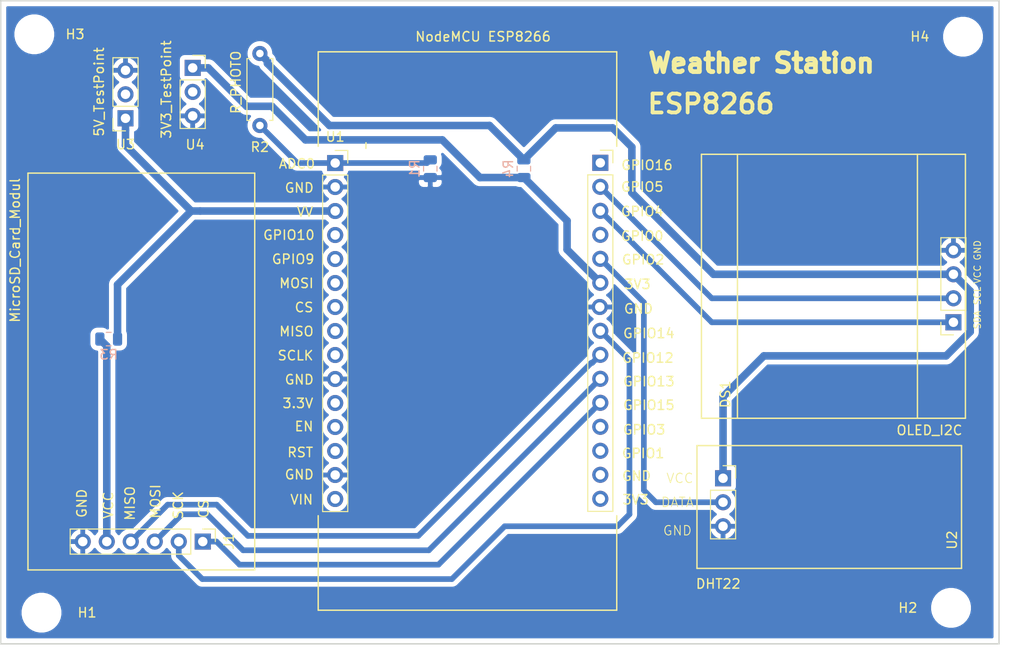
<source format=kicad_pcb>
(kicad_pcb (version 20171130) (host pcbnew "(5.1.2)-2")

  (general
    (thickness 1.6)
    (drawings 8)
    (tracks 75)
    (zones 0)
    (modules 14)
    (nets 32)
  )

  (page A4)
  (layers
    (0 F.Cu signal)
    (31 B.Cu signal)
    (32 B.Adhes user)
    (33 F.Adhes user)
    (34 B.Paste user)
    (35 F.Paste user)
    (36 B.SilkS user)
    (37 F.SilkS user)
    (38 B.Mask user)
    (39 F.Mask user)
    (40 Dwgs.User user)
    (41 Cmts.User user)
    (42 Eco1.User user)
    (43 Eco2.User user)
    (44 Edge.Cuts user)
    (45 Margin user)
    (46 B.CrtYd user)
    (47 F.CrtYd user)
    (48 B.Fab user)
    (49 F.Fab user)
  )

  (setup
    (last_trace_width 0.6)
    (trace_clearance 0.2)
    (zone_clearance 0.508)
    (zone_45_only no)
    (trace_min 0.2)
    (via_size 0.8)
    (via_drill 0.4)
    (via_min_size 0.4)
    (via_min_drill 0.3)
    (uvia_size 0.3)
    (uvia_drill 0.1)
    (uvias_allowed no)
    (uvia_min_size 0.2)
    (uvia_min_drill 0.1)
    (edge_width 0.15)
    (segment_width 0.2)
    (pcb_text_width 0.3)
    (pcb_text_size 1.5 1.5)
    (mod_edge_width 0.15)
    (mod_text_size 1 1)
    (mod_text_width 0.15)
    (pad_size 1.524 1.524)
    (pad_drill 0.762)
    (pad_to_mask_clearance 0.051)
    (solder_mask_min_width 0.25)
    (aux_axis_origin 0 0)
    (visible_elements 7FFFFFFF)
    (pcbplotparams
      (layerselection 0x010f0_ffffffff)
      (usegerberextensions false)
      (usegerberattributes false)
      (usegerberadvancedattributes false)
      (creategerberjobfile false)
      (excludeedgelayer true)
      (linewidth 0.100000)
      (plotframeref false)
      (viasonmask false)
      (mode 1)
      (useauxorigin false)
      (hpglpennumber 1)
      (hpglpenspeed 20)
      (hpglpendiameter 15.000000)
      (psnegative false)
      (psa4output false)
      (plotreference true)
      (plotvalue true)
      (plotinvisibletext false)
      (padsonsilk false)
      (subtractmaskfromsilk false)
      (outputformat 1)
      (mirror false)
      (drillshape 0)
      (scaleselection 1)
      (outputdirectory "Print Weather Station/Drill file/"))
  )

  (net 0 "")
  (net 1 GND)
  (net 2 /3V3)
  (net 3 /OLED_SCL)
  (net 4 /OLED_SDA)
  (net 5 /5V)
  (net 6 /microSD_MISO)
  (net 7 /microSD_MOSI)
  (net 8 /microSD_SCLK)
  (net 9 /microSD_CS)
  (net 10 /ADC0)
  (net 11 /DHT22_IO)
  (net 12 "Net-(U1-Pad18)")
  (net 13 "Net-(U1-Pad19)")
  (net 14 "Net-(U1-Pad27)")
  (net 15 "Net-(U1-Pad30)")
  (net 16 "Net-(U1-Pad15)")
  (net 17 "Net-(U1-Pad13)")
  (net 18 "Net-(U1-Pad12)")
  (net 19 "Net-(U1-Pad11)")
  (net 20 "Net-(U1-Pad5)")
  (net 21 "Net-(U1-Pad4)")
  (net 22 /3V3_Test)
  (net 23 /5V_Test)
  (net 24 "Net-(U1-Pad9)")
  (net 25 "Net-(U1-Pad8)")
  (net 26 "Net-(U1-Pad7)")
  (net 27 "Net-(U1-Pad6)")
  (net 28 "Net-(U1-Pad16)")
  (net 29 "Net-(U3-Pad2)")
  (net 30 "Net-(U4-Pad2)")
  (net 31 "Net-(U1-Pad17)")

  (net_class Default "This is the default net class."
    (clearance 0.2)
    (trace_width 0.6)
    (via_dia 0.8)
    (via_drill 0.4)
    (uvia_dia 0.3)
    (uvia_drill 0.1)
    (add_net /ADC0)
    (add_net /DHT22_IO)
    (add_net /OLED_SCL)
    (add_net /OLED_SDA)
    (add_net /microSD_CS)
    (add_net /microSD_MISO)
    (add_net /microSD_MOSI)
    (add_net /microSD_SCLK)
    (add_net "Net-(U1-Pad11)")
    (add_net "Net-(U1-Pad12)")
    (add_net "Net-(U1-Pad13)")
    (add_net "Net-(U1-Pad15)")
    (add_net "Net-(U1-Pad16)")
    (add_net "Net-(U1-Pad17)")
    (add_net "Net-(U1-Pad18)")
    (add_net "Net-(U1-Pad19)")
    (add_net "Net-(U1-Pad27)")
    (add_net "Net-(U1-Pad30)")
    (add_net "Net-(U1-Pad4)")
    (add_net "Net-(U1-Pad5)")
    (add_net "Net-(U1-Pad6)")
    (add_net "Net-(U1-Pad7)")
    (add_net "Net-(U1-Pad8)")
    (add_net "Net-(U1-Pad9)")
    (add_net "Net-(U3-Pad2)")
    (add_net "Net-(U4-Pad2)")
  )

  (net_class Data ""
    (clearance 0.2)
    (trace_width 0.6)
    (via_dia 0.8)
    (via_drill 0.4)
    (uvia_dia 0.3)
    (uvia_drill 0.1)
  )

  (net_class Power ""
    (clearance 0.2)
    (trace_width 0.8)
    (via_dia 0.8)
    (via_drill 0.4)
    (uvia_dia 0.3)
    (uvia_drill 0.1)
    (add_net /3V3)
    (add_net /3V3_Test)
    (add_net /5V)
    (add_net /5V_Test)
    (add_net GND)
  )

  (module MountingHole:MountingHole_3.2mm_M3_DIN965 (layer F.Cu) (tedit 56D1B4CB) (tstamp 5D1B27F8)
    (at 68.834 120.65)
    (descr "Mounting Hole 3.2mm, no annular, M3, DIN965")
    (tags "mounting hole 3.2mm no annular m3 din965")
    (path /5D0B1671)
    (attr virtual)
    (fp_text reference H1 (at 4.826 0) (layer F.SilkS)
      (effects (font (size 1 1) (thickness 0.15)))
    )
    (fp_text value MountingHole (at 8.636 1.778) (layer F.Fab)
      (effects (font (size 1 1) (thickness 0.15)))
    )
    (fp_circle (center 0 0) (end 3.05 0) (layer F.CrtYd) (width 0.05))
    (fp_circle (center 0 0) (end 2.8 0) (layer Cmts.User) (width 0.15))
    (fp_text user %R (at 0.3 0) (layer F.Fab)
      (effects (font (size 1 1) (thickness 0.15)))
    )
    (pad 1 np_thru_hole circle (at 0 0) (size 3.2 3.2) (drill 3.2) (layers *.Cu *.Mask))
  )

  (module MountingHole:MountingHole_3.2mm_M3_DIN965 (layer F.Cu) (tedit 56D1B4CB) (tstamp 5D1B2800)
    (at 165.1 120.142)
    (descr "Mounting Hole 3.2mm, no annular, M3, DIN965")
    (tags "mounting hole 3.2mm no annular m3 din965")
    (path /5D0B161C)
    (attr virtual)
    (fp_text reference H2 (at -4.572 0) (layer F.SilkS)
      (effects (font (size 1 1) (thickness 0.15)))
    )
    (fp_text value MountingHole (at -8.382 1.778) (layer F.Fab)
      (effects (font (size 1 1) (thickness 0.15)))
    )
    (fp_text user %R (at 0.3 0) (layer F.Fab)
      (effects (font (size 1 1) (thickness 0.15)))
    )
    (fp_circle (center 0 0) (end 2.8 0) (layer Cmts.User) (width 0.15))
    (fp_circle (center 0 0) (end 3.05 0) (layer F.CrtYd) (width 0.05))
    (pad 1 np_thru_hole circle (at 0 0) (size 3.2 3.2) (drill 3.2) (layers *.Cu *.Mask))
  )

  (module MountingHole:MountingHole_3.2mm_M3_DIN965 (layer F.Cu) (tedit 56D1B4CB) (tstamp 5D1B2808)
    (at 68.072 59.436)
    (descr "Mounting Hole 3.2mm, no annular, M3, DIN965")
    (tags "mounting hole 3.2mm no annular m3 din965")
    (path /5D0B1569)
    (attr virtual)
    (fp_text reference H3 (at 4.318 0) (layer F.SilkS)
      (effects (font (size 1 1) (thickness 0.15)))
    )
    (fp_text value MountingHole (at 8.128 -2.032) (layer F.Fab)
      (effects (font (size 1 1) (thickness 0.15)))
    )
    (fp_text user %R (at 0.3 0) (layer F.Fab)
      (effects (font (size 1 1) (thickness 0.15)))
    )
    (fp_circle (center 0 0) (end 2.8 0) (layer Cmts.User) (width 0.15))
    (fp_circle (center 0 0) (end 3.05 0) (layer F.CrtYd) (width 0.05))
    (pad 1 np_thru_hole circle (at 0 0) (size 3.2 3.2) (drill 3.2) (layers *.Cu *.Mask))
  )

  (module MountingHole:MountingHole_3.2mm_M3_DIN965 (layer F.Cu) (tedit 56D1B4CB) (tstamp 5D1B2810)
    (at 166.37 59.69)
    (descr "Mounting Hole 3.2mm, no annular, M3, DIN965")
    (tags "mounting hole 3.2mm no annular m3 din965")
    (path /5D0B15D8)
    (attr virtual)
    (fp_text reference H4 (at -4.572 0) (layer F.SilkS)
      (effects (font (size 1 1) (thickness 0.15)))
    )
    (fp_text value MountingHole (at -7.366 -2.54) (layer F.Fab)
      (effects (font (size 1 1) (thickness 0.15)))
    )
    (fp_circle (center 0 0) (end 3.05 0) (layer F.CrtYd) (width 0.05))
    (fp_circle (center 0 0) (end 2.8 0) (layer Cmts.User) (width 0.15))
    (fp_text user %R (at 0.3 0) (layer F.Fab)
      (effects (font (size 1 1) (thickness 0.15)))
    )
    (pad 1 np_thru_hole circle (at 0 0) (size 3.2 3.2) (drill 3.2) (layers *.Cu *.Mask))
  )

  (module Weather_Station_Project:OLED_I2C (layer F.Cu) (tedit 5D0AF247) (tstamp 5D1B5A68)
    (at 164.084 79.756 270)
    (descr "Through hole straight socket strip, 1x04, 2.54mm pitch, single row (from Kicad 4.0.7), script generated")
    (tags "Through hole socket strip THT 1x04 2.54mm single row")
    (path /5D090F10)
    (fp_text reference DS1 (at 17.78 22.86 90) (layer F.SilkS)
      (effects (font (size 1 1) (thickness 0.15)))
    )
    (fp_text value OLED_I2C (at 6.35 20.32 90) (layer F.Fab)
      (effects (font (size 1 1) (thickness 0.15)))
    )
    (fp_text user SDA (at 9.906 -3.81 90) (layer F.SilkS)
      (effects (font (size 0.7 0.7) (thickness 0.1)))
    )
    (fp_text user SCL (at 7.366 -3.81 90) (layer F.SilkS)
      (effects (font (size 0.7 0.7) (thickness 0.1)))
    )
    (fp_text user VCC (at 5.08 -3.81 90) (layer F.SilkS)
      (effects (font (size 0.7 0.7) (thickness 0.1)))
    )
    (fp_text user GND (at 2.54 -3.81 90) (layer F.SilkS)
      (effects (font (size 0.7 0.7) (thickness 0.1)))
    )
    (fp_text user OLED_I2C (at 21.59 1.27 180) (layer F.SilkS)
      (effects (font (size 1 1) (thickness 0.15)))
    )
    (fp_line (start -7.62 21.59) (end 20.32 21.59) (layer F.SilkS) (width 0.15))
    (fp_line (start -7.62 2.54) (end 20.32 2.54) (layer F.SilkS) (width 0.15))
    (fp_line (start -7.62 -2.54) (end -7.62 25.4) (layer F.SilkS) (width 0.15))
    (fp_line (start 20.32 25.4) (end -7.62 25.4) (layer F.SilkS) (width 0.15))
    (fp_line (start 20.32 -2.54) (end 20.32 25.4) (layer F.SilkS) (width 0.15))
    (fp_line (start -7.62 -2.54) (end 20.32 -2.54) (layer F.SilkS) (width 0.15))
    (fp_text user %R (at 6.35 -1.27 90) (layer F.Fab)
      (effects (font (size 1 1) (thickness 0.15)))
    )
    (fp_line (start 11.49 -1.27) (end 11.49 0.06) (layer F.SilkS) (width 0.12))
    (fp_line (start 11.49 0.06) (end 10.16 0.06) (layer F.SilkS) (width 0.12))
    (fp_line (start 8.89 0.06) (end 1.21 0.06) (layer F.SilkS) (width 0.12))
    (fp_line (start 1.21 -2.6) (end 1.21 0.06) (layer F.SilkS) (width 0.12))
    (fp_line (start 8.89 -2.6) (end 1.21 -2.6) (layer F.SilkS) (width 0.12))
    (fp_line (start 8.89 -2.6) (end 8.89 0.06) (layer F.SilkS) (width 0.12))
    (fp_line (start 1.27 -2.54) (end 11.43 -2.54) (layer F.Fab) (width 0.1))
    (fp_line (start 1.27 0) (end 1.27 -2.54) (layer F.Fab) (width 0.1))
    (fp_line (start 10.795 0) (end 1.27 0) (layer F.Fab) (width 0.1))
    (fp_line (start 11.43 -0.635) (end 10.795 0) (layer F.Fab) (width 0.1))
    (fp_line (start 11.43 -2.54) (end 11.43 -0.635) (layer F.Fab) (width 0.1))
    (pad 1 thru_hole oval (at 2.54 -1.27 180) (size 1.7 1.7) (drill 1) (layers *.Cu *.Mask)
      (net 1 GND))
    (pad 2 thru_hole oval (at 5.08 -1.27 180) (size 1.7 1.7) (drill 1) (layers *.Cu *.Mask)
      (net 22 /3V3_Test))
    (pad 3 thru_hole oval (at 7.62 -1.27 180) (size 1.7 1.7) (drill 1) (layers *.Cu *.Mask)
      (net 3 /OLED_SCL))
    (pad 4 thru_hole rect (at 10.16 -1.27 180) (size 1.7 1.7) (drill 1) (layers *.Cu *.Mask)
      (net 4 /OLED_SDA))
    (model ${KISYS3DMOD}/Connector_PinSocket_2.54mm.3dshapes/PinSocket_1x04_P2.54mm_Vertical.wrl
      (at (xyz 0 0 0))
      (scale (xyz 1 1 1))
      (rotate (xyz 0 0 0))
    )
  )

  (module Weather_Station_Project:MicroSD_Card_Modul (layer F.Cu) (tedit 5D0AE812) (tstamp 5D1B5A8D)
    (at 79.502 116.078 270)
    (descr "Through hole straight socket strip, 1x06, 2.54mm pitch, single row (from Kicad 4.0.7), script generated")
    (tags "Through hole socket strip THT 1x06 2.54mm single row")
    (path /5D1390C2)
    (fp_text reference J1 (at -2.950952 -9.17 90) (layer F.SilkS)
      (effects (font (size 1 1) (thickness 0.15)))
    )
    (fp_text value microSD_Reader_Writer (at -28.702 11.176 270) (layer F.Fab) hide
      (effects (font (size 1 1) (thickness 0.15)))
    )
    (fp_text user MicroSD_Card_Modul (at -33.782 13.462 90) (layer F.SilkS)
      (effects (font (size 1 1) (thickness 0.15)))
    )
    (fp_text user GND (at -7 6.4 90) (layer F.SilkS)
      (effects (font (size 1 1) (thickness 0.15)))
    )
    (fp_text user VCC (at -6.8 3.6 90) (layer F.SilkS)
      (effects (font (size 1 1) (thickness 0.15)))
    )
    (fp_text user MISO (at -7 1.3 90) (layer F.SilkS)
      (effects (font (size 1 1) (thickness 0.15)))
    )
    (fp_text user MOSI (at -7.2 -1.4 90) (layer F.SilkS)
      (effects (font (size 1 1) (thickness 0.15)))
    )
    (fp_text user SCK (at -6.8 -3.8 90) (layer F.SilkS)
      (effects (font (size 1 1) (thickness 0.15)))
    )
    (fp_text user CS (at -6.4 -6.5 90) (layer F.SilkS)
      (effects (font (size 1 1) (thickness 0.15)))
    )
    (fp_line (start -41.950952 12.1) (end 0.049048 12.1) (layer F.SilkS) (width 0.15))
    (fp_line (start -41.950952 -11.9) (end -41.950952 12.1) (layer F.SilkS) (width 0.15))
    (fp_line (start 0.049048 -11.9) (end -41.950952 -11.9) (layer F.SilkS) (width 0.15))
    (fp_line (start 0.049048 12.1) (end 0.049048 -11.9) (layer F.SilkS) (width 0.15))
    (fp_text user %R (at -2.950952 -0.05) (layer F.Fab)
      (effects (font (size 1 1) (thickness 0.15)))
    )
    (fp_line (start -1.150952 8.05) (end -1.150952 -8.2) (layer F.CrtYd) (width 0.05))
    (fp_line (start -4.700952 8.05) (end -1.150952 8.05) (layer F.CrtYd) (width 0.05))
    (fp_line (start -4.700952 -8.2) (end -4.700952 8.05) (layer F.CrtYd) (width 0.05))
    (fp_line (start -1.150952 -8.2) (end -4.700952 -8.2) (layer F.CrtYd) (width 0.05))
    (fp_line (start -2.950952 -7.73) (end -4.280952 -7.73) (layer F.SilkS) (width 0.12))
    (fp_line (start -4.280952 -7.73) (end -4.280952 -6.4) (layer F.SilkS) (width 0.12))
    (fp_line (start -4.280952 -5.13) (end -4.280952 7.63) (layer F.SilkS) (width 0.12))
    (fp_line (start -1.620952 7.63) (end -4.280952 7.63) (layer F.SilkS) (width 0.12))
    (fp_line (start -1.620952 -5.13) (end -1.620952 7.63) (layer F.SilkS) (width 0.12))
    (fp_line (start -1.620952 -5.13) (end -4.280952 -5.13) (layer F.SilkS) (width 0.12))
    (fp_line (start -1.680952 7.57) (end -1.680952 -7.67) (layer F.Fab) (width 0.1))
    (fp_line (start -4.220952 7.57) (end -1.680952 7.57) (layer F.Fab) (width 0.1))
    (fp_line (start -4.220952 -7.035) (end -4.220952 7.57) (layer F.Fab) (width 0.1))
    (fp_line (start -3.585952 -7.67) (end -4.220952 -7.035) (layer F.Fab) (width 0.1))
    (fp_line (start -1.680952 -7.67) (end -3.585952 -7.67) (layer F.Fab) (width 0.1))
    (pad 6 thru_hole oval (at -2.950952 6.3 270) (size 1.7 1.7) (drill 1) (layers *.Cu *.Mask)
      (net 1 GND))
    (pad 5 thru_hole oval (at -2.950952 3.76 270) (size 1.7 1.7) (drill 1) (layers *.Cu *.Mask)
      (net 23 /5V_Test))
    (pad 4 thru_hole oval (at -2.950952 1.22 270) (size 1.7 1.7) (drill 1) (layers *.Cu *.Mask)
      (net 6 /microSD_MISO))
    (pad 3 thru_hole oval (at -2.950952 -1.32 270) (size 1.7 1.7) (drill 1) (layers *.Cu *.Mask)
      (net 7 /microSD_MOSI))
    (pad 2 thru_hole oval (at -2.950952 -3.86 270) (size 1.7 1.7) (drill 1) (layers *.Cu *.Mask)
      (net 8 /microSD_SCLK))
    (pad 1 thru_hole rect (at -2.950952 -6.4 270) (size 1.7 1.7) (drill 1) (layers *.Cu *.Mask)
      (net 9 /microSD_CS))
    (model ${KISYS3DMOD}/Connector_PinSocket_2.54mm.3dshapes/PinSocket_1x06_P2.54mm_Vertical.wrl
      (at (xyz 0 0 0))
      (scale (xyz 1 1 1))
      (rotate (xyz 0 0 0))
    )
  )

  (module Resistor_SMD:R_0805_2012Metric (layer B.Cu) (tedit 5B36C52B) (tstamp 5D1B5A9E)
    (at 109.982 73.66 270)
    (descr "Resistor SMD 0805 (2012 Metric), square (rectangular) end terminal, IPC_7351 nominal, (Body size source: https://docs.google.com/spreadsheets/d/1BsfQQcO9C6DZCsRaXUlFlo91Tg2WpOkGARC1WS5S8t0/edit?usp=sharing), generated with kicad-footprint-generator")
    (tags resistor)
    (path /5D125AB8)
    (attr smd)
    (fp_text reference R1 (at 0 1.65 90) (layer B.SilkS)
      (effects (font (size 1 1) (thickness 0.15)) (justify mirror))
    )
    (fp_text value 10K (at 0 -1.65 90) (layer F.Fab)
      (effects (font (size 1 1) (thickness 0.15)))
    )
    (fp_line (start -1 -0.6) (end -1 0.6) (layer B.Fab) (width 0.1))
    (fp_line (start -1 0.6) (end 1 0.6) (layer B.Fab) (width 0.1))
    (fp_line (start 1 0.6) (end 1 -0.6) (layer B.Fab) (width 0.1))
    (fp_line (start 1 -0.6) (end -1 -0.6) (layer B.Fab) (width 0.1))
    (fp_line (start -0.258578 0.71) (end 0.258578 0.71) (layer B.SilkS) (width 0.12))
    (fp_line (start -0.258578 -0.71) (end 0.258578 -0.71) (layer B.SilkS) (width 0.12))
    (fp_line (start -1.68 -0.95) (end -1.68 0.95) (layer B.CrtYd) (width 0.05))
    (fp_line (start -1.68 0.95) (end 1.68 0.95) (layer B.CrtYd) (width 0.05))
    (fp_line (start 1.68 0.95) (end 1.68 -0.95) (layer B.CrtYd) (width 0.05))
    (fp_line (start 1.68 -0.95) (end -1.68 -0.95) (layer B.CrtYd) (width 0.05))
    (fp_text user %R (at 0 0 90) (layer B.Fab)
      (effects (font (size 0.5 0.5) (thickness 0.08)) (justify mirror))
    )
    (pad 1 smd roundrect (at -0.9375 0 270) (size 0.975 1.4) (layers B.Cu B.Paste B.Mask) (roundrect_rratio 0.25)
      (net 10 /ADC0))
    (pad 2 smd roundrect (at 0.9375 0 270) (size 0.975 1.4) (layers B.Cu B.Paste B.Mask) (roundrect_rratio 0.25)
      (net 1 GND))
    (model ${KISYS3DMOD}/Resistor_SMD.3dshapes/R_0805_2012Metric.wrl
      (at (xyz 0 0 0))
      (scale (xyz 1 1 1))
      (rotate (xyz 0 0 0))
    )
  )

  (module Weather_Station_Project:PhotoResistor_THT_Horizontal (layer F.Cu) (tedit 5AE5139B) (tstamp 5D1B5AB5)
    (at 91.948 69.088 90)
    (descr "Resistor, Axial_DIN0207 series, Axial, Horizontal, pin pitch=7.62mm, 0.25W = 1/4W, length*diameter=6.3*2.5mm^2, http://cdn-reichelt.de/documents/datenblatt/B400/1_4W%23YAG.pdf")
    (tags "Resistor Axial_DIN0207 series Axial Horizontal pin pitch 7.62mm 0.25W = 1/4W length 6.3mm diameter 2.5mm")
    (path /5D1259C1)
    (fp_text reference R2 (at -2.286 0 180) (layer F.SilkS)
      (effects (font (size 1 1) (thickness 0.15)))
    )
    (fp_text value R_PHOTO (at 4.572 -2.54 90) (layer F.SilkS)
      (effects (font (size 1 1) (thickness 0.15)))
    )
    (fp_text user %R (at 3.81 0 90) (layer F.Fab)
      (effects (font (size 1 1) (thickness 0.15)))
    )
    (fp_line (start 8.67 -1.5) (end -1.05 -1.5) (layer F.CrtYd) (width 0.05))
    (fp_line (start 8.67 1.5) (end 8.67 -1.5) (layer F.CrtYd) (width 0.05))
    (fp_line (start -1.05 1.5) (end 8.67 1.5) (layer F.CrtYd) (width 0.05))
    (fp_line (start -1.05 -1.5) (end -1.05 1.5) (layer F.CrtYd) (width 0.05))
    (fp_line (start 7.08 1.37) (end 7.08 1.04) (layer F.SilkS) (width 0.12))
    (fp_line (start 0.54 1.37) (end 7.08 1.37) (layer F.SilkS) (width 0.12))
    (fp_line (start 0.54 1.04) (end 0.54 1.37) (layer F.SilkS) (width 0.12))
    (fp_line (start 7.08 -1.37) (end 7.08 -1.04) (layer F.SilkS) (width 0.12))
    (fp_line (start 0.54 -1.37) (end 7.08 -1.37) (layer F.SilkS) (width 0.12))
    (fp_line (start 0.54 -1.04) (end 0.54 -1.37) (layer F.SilkS) (width 0.12))
    (fp_line (start 7.62 0) (end 6.96 0) (layer F.Fab) (width 0.1))
    (fp_line (start 0 0) (end 0.66 0) (layer F.Fab) (width 0.1))
    (fp_line (start 6.96 -1.25) (end 0.66 -1.25) (layer F.Fab) (width 0.1))
    (fp_line (start 6.96 1.25) (end 6.96 -1.25) (layer F.Fab) (width 0.1))
    (fp_line (start 0.66 1.25) (end 6.96 1.25) (layer F.Fab) (width 0.1))
    (fp_line (start 0.66 -1.25) (end 0.66 1.25) (layer F.Fab) (width 0.1))
    (pad 2 thru_hole oval (at 7.62 0 90) (size 1.6 1.6) (drill 0.8) (layers *.Cu *.Mask)
      (net 22 /3V3_Test))
    (pad 1 thru_hole circle (at 0 0 90) (size 1.6 1.6) (drill 0.8) (layers *.Cu *.Mask)
      (net 10 /ADC0))
    (model ${KISYS3DMOD}/Resistor_THT.3dshapes/R_Axial_DIN0207_L6.3mm_D2.5mm_P7.62mm_Horizontal.wrl
      (at (xyz 0 0 0))
      (scale (xyz 1 1 1))
      (rotate (xyz 0 0 0))
    )
  )

  (module Resistor_SMD:R_0805_2012Metric (layer B.Cu) (tedit 5B36C52B) (tstamp 5D1B5AC6)
    (at 75.946 91.694)
    (descr "Resistor SMD 0805 (2012 Metric), square (rectangular) end terminal, IPC_7351 nominal, (Body size source: https://docs.google.com/spreadsheets/d/1BsfQQcO9C6DZCsRaXUlFlo91Tg2WpOkGARC1WS5S8t0/edit?usp=sharing), generated with kicad-footprint-generator")
    (tags resistor)
    (path /5D1998D7)
    (attr smd)
    (fp_text reference R3 (at 0 1.65) (layer B.SilkS)
      (effects (font (size 1 1) (thickness 0.15)) (justify mirror))
    )
    (fp_text value 0 (at 0 -1.65) (layer B.Fab)
      (effects (font (size 1 1) (thickness 0.15)) (justify mirror))
    )
    (fp_text user %R (at 0 0) (layer B.Fab)
      (effects (font (size 0.5 0.5) (thickness 0.08)) (justify mirror))
    )
    (fp_line (start 1.68 -0.95) (end -1.68 -0.95) (layer B.CrtYd) (width 0.05))
    (fp_line (start 1.68 0.95) (end 1.68 -0.95) (layer B.CrtYd) (width 0.05))
    (fp_line (start -1.68 0.95) (end 1.68 0.95) (layer B.CrtYd) (width 0.05))
    (fp_line (start -1.68 -0.95) (end -1.68 0.95) (layer B.CrtYd) (width 0.05))
    (fp_line (start -0.258578 -0.71) (end 0.258578 -0.71) (layer B.SilkS) (width 0.12))
    (fp_line (start -0.258578 0.71) (end 0.258578 0.71) (layer B.SilkS) (width 0.12))
    (fp_line (start 1 -0.6) (end -1 -0.6) (layer B.Fab) (width 0.1))
    (fp_line (start 1 0.6) (end 1 -0.6) (layer B.Fab) (width 0.1))
    (fp_line (start -1 0.6) (end 1 0.6) (layer B.Fab) (width 0.1))
    (fp_line (start -1 -0.6) (end -1 0.6) (layer B.Fab) (width 0.1))
    (pad 2 smd roundrect (at 0.9375 0) (size 0.975 1.4) (layers B.Cu B.Paste B.Mask) (roundrect_rratio 0.25)
      (net 5 /5V))
    (pad 1 smd roundrect (at -0.9375 0) (size 0.975 1.4) (layers B.Cu B.Paste B.Mask) (roundrect_rratio 0.25)
      (net 23 /5V_Test))
    (model ${KISYS3DMOD}/Resistor_SMD.3dshapes/R_0805_2012Metric.wrl
      (at (xyz 0 0 0))
      (scale (xyz 1 1 1))
      (rotate (xyz 0 0 0))
    )
  )

  (module Resistor_SMD:R_0805_2012Metric (layer B.Cu) (tedit 5B36C52B) (tstamp 5D1B5AD7)
    (at 119.888 73.66 270)
    (descr "Resistor SMD 0805 (2012 Metric), square (rectangular) end terminal, IPC_7351 nominal, (Body size source: https://docs.google.com/spreadsheets/d/1BsfQQcO9C6DZCsRaXUlFlo91Tg2WpOkGARC1WS5S8t0/edit?usp=sharing), generated with kicad-footprint-generator")
    (tags resistor)
    (path /5D19A645)
    (attr smd)
    (fp_text reference R4 (at 0 1.65 90) (layer B.SilkS)
      (effects (font (size 1 1) (thickness 0.15)) (justify mirror))
    )
    (fp_text value 0 (at 0 -1.65 90) (layer B.Fab)
      (effects (font (size 1 1) (thickness 0.15)) (justify mirror))
    )
    (fp_line (start -1 -0.6) (end -1 0.6) (layer B.Fab) (width 0.1))
    (fp_line (start -1 0.6) (end 1 0.6) (layer B.Fab) (width 0.1))
    (fp_line (start 1 0.6) (end 1 -0.6) (layer B.Fab) (width 0.1))
    (fp_line (start 1 -0.6) (end -1 -0.6) (layer B.Fab) (width 0.1))
    (fp_line (start -0.258578 0.71) (end 0.258578 0.71) (layer B.SilkS) (width 0.12))
    (fp_line (start -0.258578 -0.71) (end 0.258578 -0.71) (layer B.SilkS) (width 0.12))
    (fp_line (start -1.68 -0.95) (end -1.68 0.95) (layer B.CrtYd) (width 0.05))
    (fp_line (start -1.68 0.95) (end 1.68 0.95) (layer B.CrtYd) (width 0.05))
    (fp_line (start 1.68 0.95) (end 1.68 -0.95) (layer B.CrtYd) (width 0.05))
    (fp_line (start 1.68 -0.95) (end -1.68 -0.95) (layer B.CrtYd) (width 0.05))
    (fp_text user %R (at 0 0 90) (layer B.Fab)
      (effects (font (size 0.5 0.5) (thickness 0.08)) (justify mirror))
    )
    (pad 1 smd roundrect (at -0.9375 0 270) (size 0.975 1.4) (layers B.Cu B.Paste B.Mask) (roundrect_rratio 0.25)
      (net 22 /3V3_Test))
    (pad 2 smd roundrect (at 0.9375 0 270) (size 0.975 1.4) (layers B.Cu B.Paste B.Mask) (roundrect_rratio 0.25)
      (net 2 /3V3))
    (model ${KISYS3DMOD}/Resistor_SMD.3dshapes/R_0805_2012Metric.wrl
      (at (xyz 0 0 0))
      (scale (xyz 1 1 1))
      (rotate (xyz 0 0 0))
    )
  )

  (module Weather_Station_Project:NodeMCU_ESP8266 (layer F.Cu) (tedit 5D09A389) (tstamp 5D1B5B3F)
    (at 113.919001 88.289001)
    (descr "Through hole straight socket strip, 1x15, 2.54mm pitch, single row (from Kicad 4.0.7), script generated")
    (tags "Through hole socket strip THT 1x15 2.54mm single row")
    (path /5D164A8A)
    (fp_text reference U1 (at -14 -18) (layer F.SilkS)
      (effects (font (size 1 1) (thickness 0.15)))
    )
    (fp_text value NodeMCU_Lolin_ESP8266 (at -10.7 2.12 90) (layer F.Fab) hide
      (effects (font (size 1 1) (thickness 0.15)))
    )
    (fp_text user "NodeMCU ESP8266" (at 1.650999 -28.599001) (layer F.SilkS)
      (effects (font (size 1 1) (thickness 0.15)))
    )
    (fp_text user 3V3 (at 17.8 20.4) (layer F.SilkS)
      (effects (font (size 1 1) (thickness 0.15)))
    )
    (fp_text user GND (at 17.9 17.9) (layer F.SilkS)
      (effects (font (size 1 1) (thickness 0.15)))
    )
    (fp_text user GPIO1 (at 18.6 15.5) (layer F.SilkS)
      (effects (font (size 1 1) (thickness 0.15)))
    )
    (fp_text user GPIO3 (at 18.7 13) (layer F.SilkS)
      (effects (font (size 1 1) (thickness 0.15)))
    )
    (fp_text user GPIO15 (at 19.2 10.4) (layer F.SilkS)
      (effects (font (size 1 1) (thickness 0.15)))
    )
    (fp_text user GPIO13 (at 19.2 7.9) (layer F.SilkS)
      (effects (font (size 1 1) (thickness 0.15)))
    )
    (fp_text user GPIO12 (at 19.1 5.4) (layer F.SilkS)
      (effects (font (size 1 1) (thickness 0.15)))
    )
    (fp_text user GPIO14 (at 19.2 2.8) (layer F.SilkS)
      (effects (font (size 1 1) (thickness 0.15)))
    )
    (fp_text user GND (at 18.1 0.2) (layer F.SilkS)
      (effects (font (size 1 1) (thickness 0.15)))
    )
    (fp_text user 3V3 (at 18 -2.4) (layer F.SilkS)
      (effects (font (size 1 1) (thickness 0.15)))
    )
    (fp_text user GPIO2 (at 18.6 -5) (layer F.SilkS)
      (effects (font (size 1 1) (thickness 0.15)))
    )
    (fp_text user GPIO0 (at 18.5 -7.5) (layer F.SilkS)
      (effects (font (size 1 1) (thickness 0.15)))
    )
    (fp_text user GPIO4 (at 18.5 -10.1) (layer F.SilkS)
      (effects (font (size 1 1) (thickness 0.15)))
    )
    (fp_text user GPIO5 (at 18.5 -12.7) (layer F.SilkS)
      (effects (font (size 1 1) (thickness 0.15)))
    )
    (fp_text user GPIO16 (at 19 -15) (layer F.SilkS)
      (effects (font (size 1 1) (thickness 0.15)))
    )
    (fp_text user VIN (at -17.55 20.4) (layer F.SilkS)
      (effects (font (size 1 1) (thickness 0.15)))
    )
    (fp_text user GND (at -17.8 17.75) (layer F.SilkS)
      (effects (font (size 1 1) (thickness 0.15)))
    )
    (fp_text user RST (at -17.7 15.4) (layer F.SilkS)
      (effects (font (size 1 1) (thickness 0.15)))
    )
    (fp_text user EN (at -17.3 12.65) (layer F.SilkS)
      (effects (font (size 1 1) (thickness 0.15)))
    )
    (fp_text user 3.3V (at -17.95 10.2) (layer F.SilkS)
      (effects (font (size 1 1) (thickness 0.15)))
    )
    (fp_text user GND (at -17.8 7.7) (layer F.SilkS)
      (effects (font (size 1 1) (thickness 0.15)))
    )
    (fp_text user SCLK (at -18.2 5.15) (layer F.SilkS)
      (effects (font (size 1 1) (thickness 0.15)))
    )
    (fp_text user MISO (at -18.1 2.6) (layer F.SilkS)
      (effects (font (size 1 1) (thickness 0.15)))
    )
    (fp_text user CS (at -17.3 0.05) (layer F.SilkS)
      (effects (font (size 1 1) (thickness 0.15)))
    )
    (fp_text user MOSI (at -18.1 -2.5) (layer F.SilkS)
      (effects (font (size 1 1) (thickness 0.15)))
    )
    (fp_text user GPIO9 (at -18.45 -5.05) (layer F.SilkS)
      (effects (font (size 1 1) (thickness 0.15)))
    )
    (fp_text user GPIO10 (at -18.9 -7.6) (layer F.SilkS)
      (effects (font (size 1 1) (thickness 0.15)))
    )
    (fp_text user VV (at -17.2 -10.05) (layer F.SilkS)
      (effects (font (size 1 1) (thickness 0.15)))
    )
    (fp_text user GND (at -17.8 -12.6) (layer F.SilkS)
      (effects (font (size 1 1) (thickness 0.15)))
    )
    (fp_text user ADC0 (at -18.05 -15.15) (layer F.SilkS)
      (effects (font (size 1 1) (thickness 0.15)))
    )
    (fp_line (start 15.8 32.1) (end -15.8 32.1) (layer F.SilkS) (width 0.15))
    (fp_line (start 15.8 22.1) (end 15.8 32.1) (layer F.SilkS) (width 0.15))
    (fp_line (start -15.8 22.1) (end -15.8 32.1) (layer F.SilkS) (width 0.15))
    (fp_line (start 15.8 -27) (end 15.8 -17) (layer F.SilkS) (width 0.15))
    (fp_line (start -15.8 -27) (end 15.8 -27) (layer F.SilkS) (width 0.15))
    (fp_line (start -15.8 -17) (end -15.8 -27) (layer F.SilkS) (width 0.15))
    (fp_line (start -10.75 -16.78) (end -10.74 -17.38) (layer F.SilkS) (width 0.15))
    (fp_line (start 15.39 -13.98) (end 15.39 21.64) (layer F.SilkS) (width 0.12))
    (fp_line (start 12.79 21.58) (end 12.79 -16.52) (layer F.Fab) (width 0.1))
    (fp_line (start 12.73 -13.98) (end 15.39 -13.98) (layer F.SilkS) (width 0.12))
    (fp_line (start 15.81 22.05) (end 12.26 22.05) (layer F.CrtYd) (width 0.05))
    (fp_line (start 12.79 -16.52) (end 14.695 -16.52) (layer F.Fab) (width 0.1))
    (fp_line (start 15.33 -15.885) (end 15.33 21.58) (layer F.Fab) (width 0.1))
    (fp_line (start 12.26 -17.05) (end 15.81 -17.05) (layer F.CrtYd) (width 0.05))
    (fp_line (start 12.73 -13.98) (end 12.73 21.64) (layer F.SilkS) (width 0.12))
    (fp_line (start 15.81 -17.05) (end 15.81 22.05) (layer F.CrtYd) (width 0.05))
    (fp_line (start 14.695 -16.52) (end 15.33 -15.885) (layer F.Fab) (width 0.1))
    (fp_line (start 12.73 21.64) (end 15.39 21.64) (layer F.SilkS) (width 0.12))
    (fp_line (start 15.33 21.58) (end 12.79 21.58) (layer F.Fab) (width 0.1))
    (fp_line (start 12.26 22.05) (end 12.26 -17.05) (layer F.CrtYd) (width 0.05))
    (fp_line (start 14.06 -16.58) (end 15.39 -16.58) (layer F.SilkS) (width 0.12))
    (fp_line (start 15.39 -16.58) (end 15.39 -15.25) (layer F.SilkS) (width 0.12))
    (fp_text user %R (at 14.06 2.53 90) (layer F.Fab)
      (effects (font (size 1 1) (thickness 0.15)))
    )
    (fp_text user %R (at -14 2.55 90) (layer F.Fab)
      (effects (font (size 1 1) (thickness 0.15)))
    )
    (fp_line (start -15.8 22.07) (end -15.8 -17.03) (layer F.CrtYd) (width 0.05))
    (fp_line (start -12.25 22.07) (end -15.8 22.07) (layer F.CrtYd) (width 0.05))
    (fp_line (start -12.25 -17.03) (end -12.25 22.07) (layer F.CrtYd) (width 0.05))
    (fp_line (start -15.8 -17.03) (end -12.25 -17.03) (layer F.CrtYd) (width 0.05))
    (fp_line (start -14 -16.56) (end -12.67 -16.56) (layer F.SilkS) (width 0.12))
    (fp_line (start -12.67 -16.56) (end -12.67 -15.23) (layer F.SilkS) (width 0.12))
    (fp_line (start -12.67 -13.96) (end -12.67 21.66) (layer F.SilkS) (width 0.12))
    (fp_line (start -15.33 21.66) (end -12.67 21.66) (layer F.SilkS) (width 0.12))
    (fp_line (start -15.33 -13.96) (end -15.33 21.66) (layer F.SilkS) (width 0.12))
    (fp_line (start -15.33 -13.96) (end -12.67 -13.96) (layer F.SilkS) (width 0.12))
    (fp_line (start -15.27 21.6) (end -15.27 -16.5) (layer F.Fab) (width 0.1))
    (fp_line (start -12.73 21.6) (end -15.27 21.6) (layer F.Fab) (width 0.1))
    (fp_line (start -12.73 -15.865) (end -12.73 21.6) (layer F.Fab) (width 0.1))
    (fp_line (start -13.365 -16.5) (end -12.73 -15.865) (layer F.Fab) (width 0.1))
    (fp_line (start -15.27 -16.5) (end -13.365 -16.5) (layer F.Fab) (width 0.1))
    (pad 25 thru_hole oval (at 14.06 -2.55) (size 1.7 1.7) (drill 1) (layers *.Cu *.Mask)
      (net 2 /3V3))
    (pad 29 thru_hole oval (at 14.06 -12.71) (size 1.7 1.7) (drill 1) (layers *.Cu *.Mask)
      (net 3 /OLED_SCL))
    (pad 23 thru_hole oval (at 14.06 2.53) (size 1.7 1.7) (drill 1) (layers *.Cu *.Mask)
      (net 8 /microSD_SCLK))
    (pad 22 thru_hole oval (at 14.06 5.07) (size 1.7 1.7) (drill 1) (layers *.Cu *.Mask)
      (net 6 /microSD_MISO))
    (pad 28 thru_hole oval (at 14.06 -10.17) (size 1.7 1.7) (drill 1) (layers *.Cu *.Mask)
      (net 4 /OLED_SDA))
    (pad 16 thru_hole oval (at 14.06 20.31) (size 1.7 1.7) (drill 1) (layers *.Cu *.Mask)
      (net 28 "Net-(U1-Pad16)"))
    (pad 17 thru_hole oval (at 14.06 17.77) (size 1.7 1.7) (drill 1) (layers *.Cu *.Mask)
      (net 31 "Net-(U1-Pad17)"))
    (pad 20 thru_hole oval (at 14.06 10.15) (size 1.7 1.7) (drill 1) (layers *.Cu *.Mask)
      (net 9 /microSD_CS))
    (pad 18 thru_hole oval (at 14.06 15.23) (size 1.7 1.7) (drill 1) (layers *.Cu *.Mask)
      (net 12 "Net-(U1-Pad18)"))
    (pad 19 thru_hole oval (at 14.06 12.69) (size 1.7 1.7) (drill 1) (layers *.Cu *.Mask)
      (net 13 "Net-(U1-Pad19)"))
    (pad 21 thru_hole oval (at 14.06 7.61) (size 1.7 1.7) (drill 1) (layers *.Cu *.Mask)
      (net 7 /microSD_MOSI))
    (pad 24 thru_hole oval (at 14 0.01) (size 1.7 1.7) (drill 1) (layers *.Cu *.Mask)
      (net 1 GND))
    (pad 26 thru_hole oval (at 14.06 -5.09) (size 1.7 1.7) (drill 1) (layers *.Cu *.Mask)
      (net 11 /DHT22_IO))
    (pad 27 thru_hole oval (at 14.06 -7.63) (size 1.7 1.7) (drill 1) (layers *.Cu *.Mask)
      (net 14 "Net-(U1-Pad27)"))
    (pad 30 thru_hole rect (at 14.06 -15.25) (size 1.7 1.7) (drill 1) (layers *.Cu *.Mask)
      (net 15 "Net-(U1-Pad30)"))
    (pad 15 thru_hole oval (at -14 20.33) (size 1.7 1.7) (drill 1) (layers *.Cu *.Mask)
      (net 16 "Net-(U1-Pad15)"))
    (pad 14 thru_hole oval (at -14 17.79) (size 1.7 1.7) (drill 1) (layers *.Cu *.Mask)
      (net 1 GND))
    (pad 13 thru_hole oval (at -14 15.25) (size 1.7 1.7) (drill 1) (layers *.Cu *.Mask)
      (net 17 "Net-(U1-Pad13)"))
    (pad 12 thru_hole oval (at -14 12.71) (size 1.7 1.7) (drill 1) (layers *.Cu *.Mask)
      (net 18 "Net-(U1-Pad12)"))
    (pad 11 thru_hole oval (at -14 10.17) (size 1.7 1.7) (drill 1) (layers *.Cu *.Mask)
      (net 19 "Net-(U1-Pad11)"))
    (pad 10 thru_hole oval (at -14 7.63) (size 1.7 1.7) (drill 1) (layers *.Cu *.Mask)
      (net 1 GND))
    (pad 9 thru_hole oval (at -14 5.09) (size 1.7 1.7) (drill 1) (layers *.Cu *.Mask)
      (net 24 "Net-(U1-Pad9)"))
    (pad 8 thru_hole oval (at -14 2.55) (size 1.7 1.7) (drill 1) (layers *.Cu *.Mask)
      (net 25 "Net-(U1-Pad8)"))
    (pad 7 thru_hole oval (at -14 0.01) (size 1.7 1.7) (drill 1) (layers *.Cu *.Mask)
      (net 26 "Net-(U1-Pad7)"))
    (pad 6 thru_hole oval (at -14 -2.53) (size 1.7 1.7) (drill 1) (layers *.Cu *.Mask)
      (net 27 "Net-(U1-Pad6)"))
    (pad 5 thru_hole oval (at -14 -5.07) (size 1.7 1.7) (drill 1) (layers *.Cu *.Mask)
      (net 20 "Net-(U1-Pad5)"))
    (pad 4 thru_hole oval (at -14 -7.61) (size 1.7 1.7) (drill 1) (layers *.Cu *.Mask)
      (net 21 "Net-(U1-Pad4)"))
    (pad 3 thru_hole oval (at -14 -10.15) (size 1.7 1.7) (drill 1) (layers *.Cu *.Mask)
      (net 5 /5V))
    (pad 2 thru_hole oval (at -14 -12.69) (size 1.7 1.7) (drill 1) (layers *.Cu *.Mask)
      (net 1 GND))
    (pad 1 thru_hole rect (at -14 -15.23) (size 1.7 1.7) (drill 1) (layers *.Cu *.Mask)
      (net 10 /ADC0))
    (model ${KISYS3DMOD}/Connector_PinSocket_2.54mm.3dshapes/PinSocket_1x15_P2.54mm_Vertical.wrl
      (at (xyz 0 0 0))
      (scale (xyz 1 1 1))
      (rotate (xyz 0 0 0))
    )
  )

  (module Weather_Station_Project:DHT22 (layer F.Cu) (tedit 5D0AF54E) (tstamp 5D1B5B5E)
    (at 156.21 108.966 270)
    (descr "Through hole straight socket strip, 1x03, 2.54mm pitch, single row (from Kicad 4.0.7), script generated")
    (tags "Through hole socket strip THT 1x03 2.54mm single row")
    (path /5D18651B)
    (fp_text reference U2 (at 4 -9 90) (layer F.SilkS)
      (effects (font (size 1 1) (thickness 0.15)))
    )
    (fp_text value DHT22 (at -0.254 -3.048 90) (layer F.Fab)
      (effects (font (size 1 1) (thickness 0.15)))
    )
    (fp_text user GND (at 3 20.066) (layer F.SilkS)
      (effects (font (size 1 1) (thickness 0.1)))
    )
    (fp_text user DATA (at 0 20.066) (layer F.SilkS)
      (effects (font (size 1 1) (thickness 0.1)))
    )
    (fp_text user VCC (at -2.54 19.812 180) (layer F.SilkS)
      (effects (font (size 1 1) (thickness 0.1)))
    )
    (fp_text user DHT22 (at 8.636 15.748 180) (layer F.SilkS)
      (effects (font (size 1 1) (thickness 0.15)))
    )
    (fp_line (start -6 -10) (end -6 18) (layer F.SilkS) (width 0.15))
    (fp_line (start 7 -10) (end -6 -10) (layer F.SilkS) (width 0.15))
    (fp_line (start 7 18) (end 7 -10) (layer F.SilkS) (width 0.15))
    (fp_line (start 7 18) (end -6 18) (layer F.SilkS) (width 0.15))
    (fp_text user %R (at 0 15.24 270) (layer F.Fab)
      (effects (font (size 1 1) (thickness 0.15)))
    )
    (fp_line (start 4.31 17.04) (end -4.34 17.04) (layer F.CrtYd) (width 0.05))
    (fp_line (start 4.31 13.49) (end 4.31 17.04) (layer F.CrtYd) (width 0.05))
    (fp_line (start -4.34 13.49) (end 4.31 13.49) (layer F.CrtYd) (width 0.05))
    (fp_line (start -4.34 17.04) (end -4.34 13.49) (layer F.CrtYd) (width 0.05))
    (fp_line (start -3.87 15.24) (end -3.87 13.91) (layer F.SilkS) (width 0.12))
    (fp_line (start -3.87 13.91) (end -2.54 13.91) (layer F.SilkS) (width 0.12))
    (fp_line (start -1.27 13.91) (end 3.87 13.91) (layer F.SilkS) (width 0.12))
    (fp_line (start 3.87 16.57) (end 3.87 13.91) (layer F.SilkS) (width 0.12))
    (fp_line (start -1.27 16.57) (end 3.87 16.57) (layer F.SilkS) (width 0.12))
    (fp_line (start -1.27 16.57) (end -1.27 13.91) (layer F.SilkS) (width 0.12))
    (fp_line (start 3.81 16.51) (end -3.81 16.51) (layer F.Fab) (width 0.1))
    (fp_line (start 3.81 13.97) (end 3.81 16.51) (layer F.Fab) (width 0.1))
    (fp_line (start -3.175 13.97) (end 3.81 13.97) (layer F.Fab) (width 0.1))
    (fp_line (start -3.81 14.605) (end -3.175 13.97) (layer F.Fab) (width 0.1))
    (fp_line (start -3.81 16.51) (end -3.81 14.605) (layer F.Fab) (width 0.1))
    (pad 4 thru_hole oval (at 2.54 15.24) (size 1.7 1.7) (drill 1) (layers *.Cu *.Mask)
      (net 1 GND))
    (pad 2 thru_hole oval (at 0 15.24) (size 1.7 1.7) (drill 1) (layers *.Cu *.Mask)
      (net 11 /DHT22_IO))
    (pad 1 thru_hole rect (at -2.54 15.24) (size 1.7 1.7) (drill 1) (layers *.Cu *.Mask)
      (net 22 /3V3_Test))
    (model ${KISYS3DMOD}/Connector_PinSocket_2.54mm.3dshapes/PinSocket_1x03_P2.54mm_Vertical.wrl
      (at (xyz 0 0 0))
      (scale (xyz 1 1 1))
      (rotate (xyz 0 0 0))
    )
  )

  (module Connector_PinSocket_2.54mm:PinSocket_1x03_P2.54mm_Vertical (layer F.Cu) (tedit 5A19A429) (tstamp 5D1B5B75)
    (at 77.724 68.326 180)
    (descr "Through hole straight socket strip, 1x03, 2.54mm pitch, single row (from Kicad 4.0.7), script generated")
    (tags "Through hole socket strip THT 1x03 2.54mm single row")
    (path /5D15BAC7)
    (fp_text reference U3 (at 0 -2.77) (layer F.SilkS)
      (effects (font (size 1 1) (thickness 0.15)))
    )
    (fp_text value 5V_TestPoint (at 2.794 2.794 90) (layer F.SilkS)
      (effects (font (size 1 1) (thickness 0.15)))
    )
    (fp_text user %R (at 0 2.54 90) (layer F.Fab)
      (effects (font (size 1 1) (thickness 0.15)))
    )
    (fp_line (start -1.8 6.85) (end -1.8 -1.8) (layer F.CrtYd) (width 0.05))
    (fp_line (start 1.75 6.85) (end -1.8 6.85) (layer F.CrtYd) (width 0.05))
    (fp_line (start 1.75 -1.8) (end 1.75 6.85) (layer F.CrtYd) (width 0.05))
    (fp_line (start -1.8 -1.8) (end 1.75 -1.8) (layer F.CrtYd) (width 0.05))
    (fp_line (start 0 -1.33) (end 1.33 -1.33) (layer F.SilkS) (width 0.12))
    (fp_line (start 1.33 -1.33) (end 1.33 0) (layer F.SilkS) (width 0.12))
    (fp_line (start 1.33 1.27) (end 1.33 6.41) (layer F.SilkS) (width 0.12))
    (fp_line (start -1.33 6.41) (end 1.33 6.41) (layer F.SilkS) (width 0.12))
    (fp_line (start -1.33 1.27) (end -1.33 6.41) (layer F.SilkS) (width 0.12))
    (fp_line (start -1.33 1.27) (end 1.33 1.27) (layer F.SilkS) (width 0.12))
    (fp_line (start -1.27 6.35) (end -1.27 -1.27) (layer F.Fab) (width 0.1))
    (fp_line (start 1.27 6.35) (end -1.27 6.35) (layer F.Fab) (width 0.1))
    (fp_line (start 1.27 -0.635) (end 1.27 6.35) (layer F.Fab) (width 0.1))
    (fp_line (start 0.635 -1.27) (end 1.27 -0.635) (layer F.Fab) (width 0.1))
    (fp_line (start -1.27 -1.27) (end 0.635 -1.27) (layer F.Fab) (width 0.1))
    (pad 3 thru_hole oval (at 0 5.08 180) (size 1.7 1.7) (drill 1) (layers *.Cu *.Mask)
      (net 1 GND))
    (pad 2 thru_hole oval (at 0 2.54 180) (size 1.7 1.7) (drill 1) (layers *.Cu *.Mask)
      (net 29 "Net-(U3-Pad2)"))
    (pad 1 thru_hole rect (at 0 0 180) (size 1.7 1.7) (drill 1) (layers *.Cu *.Mask)
      (net 5 /5V))
    (model ${KISYS3DMOD}/Connector_PinSocket_2.54mm.3dshapes/PinSocket_1x03_P2.54mm_Vertical.wrl
      (at (xyz 0 0 0))
      (scale (xyz 1 1 1))
      (rotate (xyz 0 0 0))
    )
  )

  (module Connector_PinSocket_2.54mm:PinSocket_1x03_P2.54mm_Vertical (layer F.Cu) (tedit 5A19A429) (tstamp 5D1B5B8C)
    (at 84.836 62.992)
    (descr "Through hole straight socket strip, 1x03, 2.54mm pitch, single row (from Kicad 4.0.7), script generated")
    (tags "Through hole socket strip THT 1x03 2.54mm single row")
    (path /5D15C2CC)
    (fp_text reference U4 (at 0.254 8.128) (layer F.SilkS)
      (effects (font (size 1 1) (thickness 0.15)))
    )
    (fp_text value 3V3_TestPoint (at -2.794 2.286 90) (layer F.SilkS)
      (effects (font (size 1 1) (thickness 0.15)))
    )
    (fp_line (start -1.27 -1.27) (end 0.635 -1.27) (layer F.Fab) (width 0.1))
    (fp_line (start 0.635 -1.27) (end 1.27 -0.635) (layer F.Fab) (width 0.1))
    (fp_line (start 1.27 -0.635) (end 1.27 6.35) (layer F.Fab) (width 0.1))
    (fp_line (start 1.27 6.35) (end -1.27 6.35) (layer F.Fab) (width 0.1))
    (fp_line (start -1.27 6.35) (end -1.27 -1.27) (layer F.Fab) (width 0.1))
    (fp_line (start -1.33 1.27) (end 1.33 1.27) (layer F.SilkS) (width 0.12))
    (fp_line (start -1.33 1.27) (end -1.33 6.41) (layer F.SilkS) (width 0.12))
    (fp_line (start -1.33 6.41) (end 1.33 6.41) (layer F.SilkS) (width 0.12))
    (fp_line (start 1.33 1.27) (end 1.33 6.41) (layer F.SilkS) (width 0.12))
    (fp_line (start 1.33 -1.33) (end 1.33 0) (layer F.SilkS) (width 0.12))
    (fp_line (start 0 -1.33) (end 1.33 -1.33) (layer F.SilkS) (width 0.12))
    (fp_line (start -1.8 -1.8) (end 1.75 -1.8) (layer F.CrtYd) (width 0.05))
    (fp_line (start 1.75 -1.8) (end 1.75 6.85) (layer F.CrtYd) (width 0.05))
    (fp_line (start 1.75 6.85) (end -1.8 6.85) (layer F.CrtYd) (width 0.05))
    (fp_line (start -1.8 6.85) (end -1.8 -1.8) (layer F.CrtYd) (width 0.05))
    (fp_text user %R (at 0 2.54 90) (layer F.Fab)
      (effects (font (size 1 1) (thickness 0.15)))
    )
    (pad 1 thru_hole rect (at 0 0) (size 1.7 1.7) (drill 1) (layers *.Cu *.Mask)
      (net 2 /3V3))
    (pad 2 thru_hole oval (at 0 2.54) (size 1.7 1.7) (drill 1) (layers *.Cu *.Mask)
      (net 30 "Net-(U4-Pad2)"))
    (pad 3 thru_hole oval (at 0 5.08) (size 1.7 1.7) (drill 1) (layers *.Cu *.Mask)
      (net 1 GND))
    (model ${KISYS3DMOD}/Connector_PinSocket_2.54mm.3dshapes/PinSocket_1x03_P2.54mm_Vertical.wrl
      (at (xyz 0 0 0))
      (scale (xyz 1 1 1))
      (rotate (xyz 0 0 0))
    )
  )

  (dimension 68.072 (width 0.15) (layer F.Fab)
    (gr_text "68.072 mm" (at 171.48 89.916 90) (layer F.Fab)
      (effects (font (size 1 1) (thickness 0.15)))
    )
    (feature1 (pts (xy 170.18 55.88) (xy 170.766421 55.88)))
    (feature2 (pts (xy 170.18 123.952) (xy 170.766421 123.952)))
    (crossbar (pts (xy 170.18 123.952) (xy 170.18 55.88)))
    (arrow1a (pts (xy 170.18 55.88) (xy 170.766421 57.006504)))
    (arrow1b (pts (xy 170.18 55.88) (xy 169.593579 57.006504)))
    (arrow2a (pts (xy 170.18 123.952) (xy 170.766421 122.825496)))
    (arrow2b (pts (xy 170.18 123.952) (xy 169.593579 122.825496)))
  )
  (dimension 105.664 (width 0.15) (layer F.Fab)
    (gr_text "105.664 mm" (at 117.348 125.252) (layer F.Fab)
      (effects (font (size 1 1) (thickness 0.15)))
    )
    (feature1 (pts (xy 170.18 123.952) (xy 170.18 124.538421)))
    (feature2 (pts (xy 64.516 123.952) (xy 64.516 124.538421)))
    (crossbar (pts (xy 64.516 123.952) (xy 170.18 123.952)))
    (arrow1a (pts (xy 170.18 123.952) (xy 169.053496 124.538421)))
    (arrow1b (pts (xy 170.18 123.952) (xy 169.053496 123.365579)))
    (arrow2a (pts (xy 64.516 123.952) (xy 65.642504 124.538421)))
    (arrow2b (pts (xy 64.516 123.952) (xy 65.642504 123.365579)))
  )
  (gr_line (start 64.516 123.952) (end 64.516 55.88) (layer Edge.Cuts) (width 0.15))
  (gr_line (start 170.18 123.952) (end 64.516 123.952) (layer Edge.Cuts) (width 0.15))
  (gr_line (start 170.18 55.88) (end 170.18 123.952) (layer Edge.Cuts) (width 0.15))
  (gr_line (start 64.516 55.88) (end 170.18 55.88) (layer Edge.Cuts) (width 0.15))
  (gr_text ESP8266 (at 139.7 66.802) (layer F.SilkS)
    (effects (font (size 2 2) (thickness 0.4)))
  )
  (gr_text "Weather Station" (at 145.034 62.484) (layer F.SilkS)
    (effects (font (size 2 2) (thickness 0.5)))
  )

  (segment (start 78.232 63.246) (end 77.724 63.246) (width 0.8) (layer B.Cu) (net 1))
  (segment (start 119.888 74.5975) (end 124.46 79.1695) (width 0.8) (layer B.Cu) (net 2))
  (segment (start 124.46 82.22) (end 127.979001 85.739001) (width 0.8) (layer B.Cu) (net 2))
  (segment (start 124.46 79.1695) (end 124.46 82.22) (width 0.8) (layer B.Cu) (net 2))
  (segment (start 115.2375 74.5975) (end 119.888 74.5975) (width 0.8) (layer B.Cu) (net 2))
  (segment (start 86.486 62.992) (end 90.55 67.056) (width 0.8) (layer B.Cu) (net 2))
  (segment (start 84.836 62.992) (end 86.486 62.992) (width 0.8) (layer B.Cu) (net 2))
  (segment (start 90.55 67.056) (end 93.218 67.056) (width 0.8) (layer B.Cu) (net 2))
  (segment (start 93.218 67.056) (end 96.774 70.612) (width 0.8) (layer B.Cu) (net 2))
  (segment (start 96.774 70.612) (end 111.252 70.612) (width 0.8) (layer B.Cu) (net 2))
  (segment (start 111.252 70.612) (end 115.2375 74.5975) (width 0.8) (layer B.Cu) (net 2))
  (segment (start 139.776 87.376) (end 127.979001 75.579001) (width 0.6) (layer B.Cu) (net 3))
  (segment (start 165.354 87.376) (end 139.776 87.376) (width 0.6) (layer B.Cu) (net 3))
  (segment (start 139.776 89.916) (end 127.979001 78.119001) (width 0.6) (layer B.Cu) (net 4))
  (segment (start 165.354 89.916) (end 139.776 89.916) (width 0.6) (layer B.Cu) (net 4))
  (segment (start 99.919001 78.139001) (end 85.633001 78.139001) (width 0.8) (layer B.Cu) (net 5))
  (segment (start 76.8835 85.9305) (end 76.8835 91.694) (width 0.8) (layer B.Cu) (net 5))
  (segment (start 85.633001 78.139001) (end 84.674999 78.139001) (width 0.8) (layer B.Cu) (net 5))
  (segment (start 84.674999 78.139001) (end 76.8835 85.9305) (width 0.8) (layer B.Cu) (net 5))
  (segment (start 77.724 71.188002) (end 77.724 69.596) (width 0.8) (layer B.Cu) (net 5))
  (segment (start 84.674999 78.139001) (end 77.724 71.188002) (width 0.8) (layer B.Cu) (net 5))
  (segment (start 77.724 69.596) (end 77.724 68.326) (width 0.8) (layer B.Cu) (net 5))
  (segment (start 127.129002 94.209) (end 127.025 94.209) (width 0.6) (layer B.Cu) (net 6))
  (segment (start 127.979001 93.359001) (end 127.129002 94.209) (width 0.6) (layer B.Cu) (net 6))
  (segment (start 127.025 94.209) (end 108.712 112.522) (width 0.6) (layer B.Cu) (net 6))
  (segment (start 108.712 112.522) (end 90.678 112.522) (width 0.6) (layer B.Cu) (net 6))
  (segment (start 90.678 112.522) (end 87.376 109.22) (width 0.6) (layer B.Cu) (net 6))
  (segment (start 82.189048 109.22) (end 78.282 113.127048) (width 0.6) (layer B.Cu) (net 6))
  (segment (start 87.376 109.22) (end 82.189048 109.22) (width 0.6) (layer B.Cu) (net 6))
  (segment (start 109.832002 114.046) (end 127.979001 95.899001) (width 0.6) (layer B.Cu) (net 7))
  (segment (start 90.17 114.046) (end 109.832002 114.046) (width 0.6) (layer B.Cu) (net 7))
  (segment (start 86.36 110.236) (end 90.17 114.046) (width 0.6) (layer B.Cu) (net 7))
  (segment (start 80.822 113.127048) (end 83.713048 110.236) (width 0.6) (layer B.Cu) (net 7))
  (segment (start 83.713048 110.236) (end 86.36 110.236) (width 0.6) (layer B.Cu) (net 7))
  (segment (start 83.362 113.127048) (end 83.362 114.604) (width 0.6) (layer B.Cu) (net 8))
  (segment (start 83.362 114.604) (end 85.852 117.094) (width 0.6) (layer B.Cu) (net 8))
  (segment (start 85.852 117.094) (end 112.268 117.094) (width 0.6) (layer B.Cu) (net 8))
  (segment (start 112.268 117.094) (end 117.856 111.506) (width 0.6) (layer B.Cu) (net 8))
  (segment (start 117.856 111.506) (end 129.794 111.506) (width 0.6) (layer B.Cu) (net 8))
  (segment (start 129.794 111.506) (end 131.064 110.236) (width 0.6) (layer B.Cu) (net 8))
  (segment (start 131.064 93.904) (end 127.979001 90.819001) (width 0.6) (layer B.Cu) (net 8))
  (segment (start 131.064 110.236) (end 131.064 93.904) (width 0.6) (layer B.Cu) (net 8))
  (segment (start 85.902 113.127048) (end 87.352 113.127048) (width 0.6) (layer B.Cu) (net 9))
  (segment (start 87.352 113.127048) (end 89.794952 115.57) (width 0.6) (layer B.Cu) (net 9))
  (segment (start 89.794952 115.57) (end 110.848002 115.57) (width 0.6) (layer B.Cu) (net 9))
  (segment (start 127.129002 99.289) (end 127.979001 98.439001) (width 0.6) (layer B.Cu) (net 9))
  (segment (start 110.848002 115.57) (end 127.129002 99.289) (width 0.6) (layer B.Cu) (net 9))
  (segment (start 95.919001 73.059001) (end 91.948 69.088) (width 0.6) (layer B.Cu) (net 10))
  (segment (start 99.919001 73.059001) (end 95.919001 73.059001) (width 0.6) (layer B.Cu) (net 10))
  (segment (start 109.645499 73.059001) (end 109.982 72.7225) (width 0.6) (layer B.Cu) (net 10))
  (segment (start 99.919001 73.059001) (end 109.645499 73.059001) (width 0.6) (layer B.Cu) (net 10))
  (segment (start 132.588 87.808) (end 128.27 83.49) (width 0.6) (layer B.Cu) (net 11))
  (segment (start 128.27 83.49) (end 127.979001 83.199001) (width 0.6) (layer B.Cu) (net 11))
  (segment (start 140.97 108.966) (end 133.858 108.966) (width 0.6) (layer B.Cu) (net 11))
  (segment (start 132.588 107.696) (end 132.588 87.808) (width 0.6) (layer B.Cu) (net 11))
  (segment (start 133.858 108.966) (end 132.588 107.696) (width 0.6) (layer B.Cu) (net 11))
  (segment (start 140.97 97.79) (end 140.97 106.426) (width 0.8) (layer B.Cu) (net 22))
  (segment (start 145.288 93.472) (end 140.97 97.79) (width 0.8) (layer B.Cu) (net 22))
  (segment (start 164.578002 93.472) (end 145.288 93.472) (width 0.8) (layer B.Cu) (net 22))
  (segment (start 167.132 90.918002) (end 164.578002 93.472) (width 0.8) (layer B.Cu) (net 22))
  (segment (start 165.354 84.836) (end 167.132 86.614) (width 0.8) (layer B.Cu) (net 22))
  (segment (start 167.132 86.614) (end 167.132 90.918002) (width 0.8) (layer B.Cu) (net 22))
  (segment (start 119.888 72.7225) (end 123.2685 69.342) (width 0.8) (layer B.Cu) (net 22))
  (segment (start 123.2685 69.342) (end 129.286 69.342) (width 0.8) (layer B.Cu) (net 22))
  (segment (start 129.286 69.342) (end 131.318 71.374) (width 0.8) (layer B.Cu) (net 22))
  (segment (start 131.318 71.374) (end 131.318 76.2) (width 0.8) (layer B.Cu) (net 22))
  (segment (start 139.954 84.836) (end 165.354 84.836) (width 0.8) (layer B.Cu) (net 22))
  (segment (start 131.318 76.2) (end 139.954 84.836) (width 0.8) (layer B.Cu) (net 22))
  (segment (start 116.2535 69.088) (end 119.888 72.7225) (width 0.8) (layer B.Cu) (net 22))
  (segment (start 99.314 69.088) (end 116.2535 69.088) (width 0.8) (layer B.Cu) (net 22))
  (segment (start 92.747999 62.521999) (end 99.314 69.088) (width 0.8) (layer B.Cu) (net 22))
  (segment (start 91.948 61.468) (end 92.747999 62.267999) (width 0.8) (layer B.Cu) (net 22))
  (segment (start 92.747999 62.267999) (end 92.747999 62.521999) (width 0.8) (layer B.Cu) (net 22))
  (segment (start 75.742 92.4275) (end 75.0085 91.694) (width 0.8) (layer B.Cu) (net 23))
  (segment (start 75.742 113.127048) (end 75.742 92.4275) (width 0.8) (layer B.Cu) (net 23))

  (zone (net 1) (net_name GND) (layer B.Cu) (tstamp 5D1B76EC) (hatch edge 0.508)
    (connect_pads (clearance 0.508))
    (min_thickness 0.3)
    (fill yes (arc_segments 32) (thermal_gap 0.508) (thermal_bridge_width 0.508))
    (polygon
      (pts
        (xy 64.516 55.88) (xy 170.18 55.88) (xy 170.18 123.952) (xy 64.516 123.952)
      )
    )
    (filled_polygon
      (pts
        (xy 169.447001 123.219) (xy 65.249 123.219) (xy 65.249 120.427606) (xy 66.576 120.427606) (xy 66.576 120.872394)
        (xy 66.662774 121.308634) (xy 66.832987 121.719564) (xy 67.080097 122.089391) (xy 67.394609 122.403903) (xy 67.764436 122.651013)
        (xy 68.175366 122.821226) (xy 68.611606 122.908) (xy 69.056394 122.908) (xy 69.492634 122.821226) (xy 69.903564 122.651013)
        (xy 70.273391 122.403903) (xy 70.587903 122.089391) (xy 70.835013 121.719564) (xy 71.005226 121.308634) (xy 71.092 120.872394)
        (xy 71.092 120.427606) (xy 71.005226 119.991366) (xy 70.975502 119.919606) (xy 162.842 119.919606) (xy 162.842 120.364394)
        (xy 162.928774 120.800634) (xy 163.098987 121.211564) (xy 163.346097 121.581391) (xy 163.660609 121.895903) (xy 164.030436 122.143013)
        (xy 164.441366 122.313226) (xy 164.877606 122.4) (xy 165.322394 122.4) (xy 165.758634 122.313226) (xy 166.169564 122.143013)
        (xy 166.539391 121.895903) (xy 166.853903 121.581391) (xy 167.101013 121.211564) (xy 167.271226 120.800634) (xy 167.358 120.364394)
        (xy 167.358 119.919606) (xy 167.271226 119.483366) (xy 167.101013 119.072436) (xy 166.853903 118.702609) (xy 166.539391 118.388097)
        (xy 166.169564 118.140987) (xy 165.758634 117.970774) (xy 165.322394 117.884) (xy 164.877606 117.884) (xy 164.441366 117.970774)
        (xy 164.030436 118.140987) (xy 163.660609 118.388097) (xy 163.346097 118.702609) (xy 163.098987 119.072436) (xy 162.928774 119.483366)
        (xy 162.842 119.919606) (xy 70.975502 119.919606) (xy 70.835013 119.580436) (xy 70.587903 119.210609) (xy 70.273391 118.896097)
        (xy 69.903564 118.648987) (xy 69.492634 118.478774) (xy 69.056394 118.392) (xy 68.611606 118.392) (xy 68.175366 118.478774)
        (xy 67.764436 118.648987) (xy 67.394609 118.896097) (xy 67.080097 119.210609) (xy 66.832987 119.580436) (xy 66.662774 119.991366)
        (xy 66.576 120.427606) (xy 65.249 120.427606) (xy 65.249 113.46511) (xy 71.732378 113.46511) (xy 71.826569 113.745323)
        (xy 71.973617 114.001776) (xy 72.167871 114.224614) (xy 72.401866 114.405273) (xy 72.66661 114.536811) (xy 72.863939 114.596667)
        (xy 73.098 114.466517) (xy 73.098 113.231048) (xy 71.862087 113.231048) (xy 71.732378 113.46511) (xy 65.249 113.46511)
        (xy 65.249 112.788986) (xy 71.732378 112.788986) (xy 71.862087 113.023048) (xy 73.098 113.023048) (xy 73.098 111.787579)
        (xy 73.306 111.787579) (xy 73.306 113.023048) (xy 73.326 113.023048) (xy 73.326 113.231048) (xy 73.306 113.231048)
        (xy 73.306 114.466517) (xy 73.540061 114.596667) (xy 73.73739 114.536811) (xy 74.002134 114.405273) (xy 74.236129 114.224614)
        (xy 74.430383 114.001776) (xy 74.466231 113.939256) (xy 74.482077 113.968901) (xy 74.670524 114.198524) (xy 74.900147 114.386971)
        (xy 75.162121 114.526999) (xy 75.44638 114.613228) (xy 75.667922 114.635048) (xy 75.816078 114.635048) (xy 76.03762 114.613228)
        (xy 76.321879 114.526999) (xy 76.583853 114.386971) (xy 76.813476 114.198524) (xy 77.001923 113.968901) (xy 77.012 113.950048)
        (xy 77.022077 113.968901) (xy 77.210524 114.198524) (xy 77.440147 114.386971) (xy 77.702121 114.526999) (xy 77.98638 114.613228)
        (xy 78.207922 114.635048) (xy 78.356078 114.635048) (xy 78.57762 114.613228) (xy 78.861879 114.526999) (xy 79.123853 114.386971)
        (xy 79.353476 114.198524) (xy 79.541923 113.968901) (xy 79.552 113.950048) (xy 79.562077 113.968901) (xy 79.750524 114.198524)
        (xy 79.980147 114.386971) (xy 80.242121 114.526999) (xy 80.52638 114.613228) (xy 80.747922 114.635048) (xy 80.896078 114.635048)
        (xy 81.11762 114.613228) (xy 81.401879 114.526999) (xy 81.663853 114.386971) (xy 81.893476 114.198524) (xy 82.081923 113.968901)
        (xy 82.092 113.950048) (xy 82.102077 113.968901) (xy 82.290524 114.198524) (xy 82.404001 114.291652) (xy 82.404001 114.556931)
        (xy 82.399365 114.604) (xy 82.417862 114.791801) (xy 82.472642 114.972384) (xy 82.561599 115.138811) (xy 82.613142 115.201616)
        (xy 82.681315 115.284686) (xy 82.717869 115.314685) (xy 85.141315 117.738132) (xy 85.171314 117.774686) (xy 85.317189 117.894402)
        (xy 85.483616 117.983359) (xy 85.609419 118.021521) (xy 85.664198 118.038138) (xy 85.852 118.056635) (xy 85.899059 118.052)
        (xy 112.220941 118.052) (xy 112.268 118.056635) (xy 112.315059 118.052) (xy 112.455801 118.038138) (xy 112.636384 117.983359)
        (xy 112.802811 117.894402) (xy 112.948686 117.774686) (xy 112.978689 117.738127) (xy 118.252816 112.464) (xy 129.746941 112.464)
        (xy 129.794 112.468635) (xy 129.841059 112.464) (xy 129.981801 112.450138) (xy 130.162384 112.395359) (xy 130.328811 112.306402)
        (xy 130.474686 112.186686) (xy 130.504689 112.150127) (xy 130.810755 111.844061) (xy 139.500381 111.844061) (xy 139.560237 112.04139)
        (xy 139.691775 112.306134) (xy 139.872434 112.540129) (xy 140.095272 112.734383) (xy 140.351725 112.881431) (xy 140.631938 112.975622)
        (xy 140.866 112.845913) (xy 140.866 111.61) (xy 141.074 111.61) (xy 141.074 112.845913) (xy 141.308062 112.975622)
        (xy 141.588275 112.881431) (xy 141.844728 112.734383) (xy 142.067566 112.540129) (xy 142.248225 112.306134) (xy 142.379763 112.04139)
        (xy 142.439619 111.844061) (xy 142.309469 111.61) (xy 141.074 111.61) (xy 140.866 111.61) (xy 139.630531 111.61)
        (xy 139.500381 111.844061) (xy 130.810755 111.844061) (xy 131.708127 110.946689) (xy 131.744686 110.916686) (xy 131.864402 110.770811)
        (xy 131.953359 110.604384) (xy 131.993556 110.471871) (xy 132.008138 110.423802) (xy 132.026635 110.236001) (xy 132.022 110.188941)
        (xy 132.022 108.484816) (xy 133.147311 109.610127) (xy 133.177314 109.646686) (xy 133.323189 109.766402) (xy 133.489616 109.855359)
        (xy 133.5673 109.878924) (xy 133.670198 109.910138) (xy 133.857999 109.928635) (xy 133.905059 109.924) (xy 139.805397 109.924)
        (xy 139.898524 110.037476) (xy 140.128147 110.225923) (xy 140.157792 110.241769) (xy 140.095272 110.277617) (xy 139.872434 110.471871)
        (xy 139.691775 110.705866) (xy 139.560237 110.97061) (xy 139.500381 111.167939) (xy 139.630531 111.402) (xy 140.866 111.402)
        (xy 140.866 111.382) (xy 141.074 111.382) (xy 141.074 111.402) (xy 142.309469 111.402) (xy 142.439619 111.167939)
        (xy 142.379763 110.97061) (xy 142.248225 110.705866) (xy 142.067566 110.471871) (xy 141.844728 110.277617) (xy 141.782208 110.241769)
        (xy 141.811853 110.225923) (xy 142.041476 110.037476) (xy 142.229923 109.807853) (xy 142.369951 109.545879) (xy 142.45618 109.26162)
        (xy 142.485296 108.966) (xy 142.45618 108.67038) (xy 142.369951 108.386121) (xy 142.229923 108.124147) (xy 142.042724 107.896045)
        (xy 142.073024 107.886853) (xy 142.187334 107.825754) (xy 142.287527 107.743527) (xy 142.369754 107.643334) (xy 142.430853 107.529024)
        (xy 142.468479 107.40499) (xy 142.481183 107.276) (xy 142.481183 105.576) (xy 142.468479 105.44701) (xy 142.430853 105.322976)
        (xy 142.369754 105.208666) (xy 142.287527 105.108473) (xy 142.187334 105.026246) (xy 142.073024 104.965147) (xy 142.028 104.951489)
        (xy 142.028 98.228237) (xy 145.726238 94.53) (xy 164.526029 94.53) (xy 164.578002 94.535119) (xy 164.785406 94.514691)
        (xy 164.98484 94.454194) (xy 165.168639 94.355951) (xy 165.329741 94.223739) (xy 165.362879 94.18336) (xy 167.843366 91.702874)
        (xy 167.883739 91.669741) (xy 168.015951 91.508639) (xy 168.114194 91.32484) (xy 168.174691 91.125406) (xy 168.19 90.969975)
        (xy 168.195119 90.918002) (xy 168.19 90.866029) (xy 168.19 86.665973) (xy 168.195119 86.614) (xy 168.174691 86.406595)
        (xy 168.114194 86.207162) (xy 168.081416 86.145839) (xy 168.015951 86.023363) (xy 167.883739 85.862261) (xy 167.843366 85.829128)
        (xy 166.867587 84.85335) (xy 166.869296 84.836) (xy 166.84018 84.54038) (xy 166.753951 84.256121) (xy 166.613923 83.994147)
        (xy 166.425476 83.764524) (xy 166.195853 83.576077) (xy 166.166208 83.560231) (xy 166.228728 83.524383) (xy 166.451566 83.330129)
        (xy 166.632225 83.096134) (xy 166.763763 82.83139) (xy 166.823619 82.634061) (xy 166.693469 82.4) (xy 165.458 82.4)
        (xy 165.458 82.42) (xy 165.25 82.42) (xy 165.25 82.4) (xy 164.014531 82.4) (xy 163.884381 82.634061)
        (xy 163.944237 82.83139) (xy 164.075775 83.096134) (xy 164.256434 83.330129) (xy 164.479272 83.524383) (xy 164.541792 83.560231)
        (xy 164.512147 83.576077) (xy 164.282524 83.764524) (xy 164.271465 83.778) (xy 140.392238 83.778) (xy 138.572177 81.957939)
        (xy 163.884381 81.957939) (xy 164.014531 82.192) (xy 165.25 82.192) (xy 165.25 80.956087) (xy 165.458 80.956087)
        (xy 165.458 82.192) (xy 166.693469 82.192) (xy 166.823619 81.957939) (xy 166.763763 81.76061) (xy 166.632225 81.495866)
        (xy 166.451566 81.261871) (xy 166.228728 81.067617) (xy 165.972275 80.920569) (xy 165.692062 80.826378) (xy 165.458 80.956087)
        (xy 165.25 80.956087) (xy 165.015938 80.826378) (xy 164.735725 80.920569) (xy 164.479272 81.067617) (xy 164.256434 81.261871)
        (xy 164.075775 81.495866) (xy 163.944237 81.76061) (xy 163.884381 81.957939) (xy 138.572177 81.957939) (xy 132.376 75.761763)
        (xy 132.376 71.425973) (xy 132.381119 71.374) (xy 132.360691 71.166595) (xy 132.342339 71.106098) (xy 132.300194 70.967162)
        (xy 132.201951 70.783363) (xy 132.069739 70.622261) (xy 132.029366 70.589128) (xy 130.070877 68.630639) (xy 130.037739 68.590261)
        (xy 129.876637 68.458049) (xy 129.692838 68.359806) (xy 129.493404 68.299309) (xy 129.337973 68.284) (xy 129.286 68.278881)
        (xy 129.234027 68.284) (xy 123.320473 68.284) (xy 123.2685 68.278881) (xy 123.061095 68.299309) (xy 123.048496 68.303131)
        (xy 122.861662 68.359806) (xy 122.677863 68.458049) (xy 122.516761 68.590261) (xy 122.483628 68.630634) (xy 119.888 71.226262)
        (xy 117.038377 68.37664) (xy 117.005239 68.336261) (xy 116.844137 68.204049) (xy 116.660338 68.105806) (xy 116.460904 68.045309)
        (xy 116.305473 68.03) (xy 116.2535 68.024881) (xy 116.201527 68.03) (xy 99.752238 68.03) (xy 93.791549 62.069311)
        (xy 93.79069 62.060595) (xy 93.730193 61.861161) (xy 93.63195 61.677362) (xy 93.499738 61.51626) (xy 93.459364 61.483127)
        (xy 93.409647 61.433409) (xy 93.384903 61.182182) (xy 93.301533 60.907348) (xy 93.166148 60.65406) (xy 92.98395 60.43205)
        (xy 92.76194 60.249852) (xy 92.508652 60.114467) (xy 92.233818 60.031097) (xy 92.019619 60.01) (xy 91.876381 60.01)
        (xy 91.662182 60.031097) (xy 91.387348 60.114467) (xy 91.13406 60.249852) (xy 90.91205 60.43205) (xy 90.729852 60.65406)
        (xy 90.594467 60.907348) (xy 90.511097 61.182182) (xy 90.482946 61.468) (xy 90.511097 61.753818) (xy 90.594467 62.028652)
        (xy 90.729852 62.28194) (xy 90.91205 62.50395) (xy 91.13406 62.686148) (xy 91.387348 62.821533) (xy 91.662182 62.904903)
        (xy 91.761512 62.914686) (xy 91.765805 62.928837) (xy 91.864048 63.112636) (xy 91.996261 63.273738) (xy 92.036634 63.306871)
        (xy 98.283762 69.554) (xy 97.212238 69.554) (xy 94.002877 66.34464) (xy 93.969739 66.304261) (xy 93.808637 66.172049)
        (xy 93.624838 66.073806) (xy 93.425404 66.013309) (xy 93.269973 65.998) (xy 93.218 65.992881) (xy 93.166027 65.998)
        (xy 90.988238 65.998) (xy 87.270877 62.28064) (xy 87.237739 62.240261) (xy 87.076637 62.108049) (xy 86.892838 62.009806)
        (xy 86.693404 61.949309) (xy 86.537973 61.934) (xy 86.486 61.928881) (xy 86.434027 61.934) (xy 86.310511 61.934)
        (xy 86.296853 61.888976) (xy 86.235754 61.774666) (xy 86.153527 61.674473) (xy 86.053334 61.592246) (xy 85.939024 61.531147)
        (xy 85.81499 61.493521) (xy 85.686 61.480817) (xy 83.986 61.480817) (xy 83.85701 61.493521) (xy 83.732976 61.531147)
        (xy 83.618666 61.592246) (xy 83.518473 61.674473) (xy 83.436246 61.774666) (xy 83.375147 61.888976) (xy 83.337521 62.01301)
        (xy 83.324817 62.142) (xy 83.324817 63.842) (xy 83.337521 63.97099) (xy 83.375147 64.095024) (xy 83.436246 64.209334)
        (xy 83.518473 64.309527) (xy 83.618666 64.391754) (xy 83.732976 64.452853) (xy 83.763276 64.462045) (xy 83.576077 64.690147)
        (xy 83.436049 64.952121) (xy 83.34982 65.23638) (xy 83.320704 65.532) (xy 83.34982 65.82762) (xy 83.436049 66.111879)
        (xy 83.576077 66.373853) (xy 83.764524 66.603476) (xy 83.994147 66.791923) (xy 84.023792 66.807769) (xy 83.961272 66.843617)
        (xy 83.738434 67.037871) (xy 83.557775 67.271866) (xy 83.426237 67.53661) (xy 83.366381 67.733939) (xy 83.496531 67.968)
        (xy 84.732 67.968) (xy 84.732 67.948) (xy 84.94 67.948) (xy 84.94 67.968) (xy 86.175469 67.968)
        (xy 86.305619 67.733939) (xy 86.245763 67.53661) (xy 86.114225 67.271866) (xy 85.933566 67.037871) (xy 85.710728 66.843617)
        (xy 85.648208 66.807769) (xy 85.677853 66.791923) (xy 85.907476 66.603476) (xy 86.095923 66.373853) (xy 86.235951 66.111879)
        (xy 86.32218 65.82762) (xy 86.351296 65.532) (xy 86.32218 65.23638) (xy 86.235951 64.952121) (xy 86.095923 64.690147)
        (xy 85.908724 64.462045) (xy 85.939024 64.452853) (xy 86.053334 64.391754) (xy 86.153527 64.309527) (xy 86.222837 64.225074)
        (xy 89.765128 67.767366) (xy 89.798261 67.807739) (xy 89.959363 67.939951) (xy 90.011839 67.968) (xy 90.143161 68.038194)
        (xy 90.342595 68.098691) (xy 90.55 68.119119) (xy 90.601973 68.114) (xy 90.860076 68.114) (xy 90.815497 68.158579)
        (xy 90.655937 68.397378) (xy 90.54603 68.662717) (xy 90.49 68.944399) (xy 90.49 69.231601) (xy 90.54603 69.513283)
        (xy 90.655937 69.778622) (xy 90.815497 70.017421) (xy 91.018579 70.220503) (xy 91.257378 70.380063) (xy 91.522717 70.48997)
        (xy 91.804399 70.546) (xy 92.051184 70.546) (xy 95.208312 73.703128) (xy 95.238315 73.739687) (xy 95.38419 73.859403)
        (xy 95.550617 73.94836) (xy 95.7312 74.003139) (xy 95.871942 74.017001) (xy 95.871943 74.017001) (xy 95.919 74.021636)
        (xy 95.966057 74.017001) (xy 98.418455 74.017001) (xy 98.420522 74.037991) (xy 98.458148 74.162025) (xy 98.519247 74.276335)
        (xy 98.601474 74.376528) (xy 98.701667 74.458755) (xy 98.815977 74.519854) (xy 98.858337 74.532704) (xy 98.821435 74.564872)
        (xy 98.640776 74.798867) (xy 98.509238 75.063611) (xy 98.449382 75.26094) (xy 98.579532 75.495001) (xy 99.815001 75.495001)
        (xy 99.815001 75.475001) (xy 100.023001 75.475001) (xy 100.023001 75.495001) (xy 101.25847 75.495001) (xy 101.38862 75.26094)
        (xy 101.335252 75.085) (xy 108.620816 75.085) (xy 108.63352 75.213991) (xy 108.671146 75.338024) (xy 108.732246 75.452334)
        (xy 108.814472 75.552528) (xy 108.914666 75.634754) (xy 109.028976 75.695854) (xy 109.153009 75.73348) (xy 109.282 75.746184)
        (xy 109.7135 75.743) (xy 109.878 75.5785) (xy 109.878 74.7015) (xy 110.086 74.7015) (xy 110.086 75.5785)
        (xy 110.2505 75.743) (xy 110.682 75.746184) (xy 110.810991 75.73348) (xy 110.935024 75.695854) (xy 111.049334 75.634754)
        (xy 111.149528 75.552528) (xy 111.231754 75.452334) (xy 111.292854 75.338024) (xy 111.33048 75.213991) (xy 111.343184 75.085)
        (xy 111.34 74.866) (xy 111.1755 74.7015) (xy 110.086 74.7015) (xy 109.878 74.7015) (xy 108.7885 74.7015)
        (xy 108.624 74.866) (xy 108.620816 75.085) (xy 101.335252 75.085) (xy 101.328764 75.063611) (xy 101.197226 74.798867)
        (xy 101.016567 74.564872) (xy 100.979665 74.532704) (xy 101.022025 74.519854) (xy 101.136335 74.458755) (xy 101.236528 74.376528)
        (xy 101.318755 74.276335) (xy 101.379854 74.162025) (xy 101.41748 74.037991) (xy 101.419547 74.017001) (xy 108.629975 74.017001)
        (xy 108.620816 74.11) (xy 108.624 74.329) (xy 108.7885 74.4935) (xy 109.878 74.4935) (xy 109.878 74.4735)
        (xy 110.086 74.4735) (xy 110.086 74.4935) (xy 111.1755 74.4935) (xy 111.34 74.329) (xy 111.343184 74.11)
        (xy 111.33048 73.981009) (xy 111.292854 73.856976) (xy 111.231754 73.742666) (xy 111.149528 73.642472) (xy 111.089047 73.592837)
        (xy 111.190674 73.469004) (xy 111.274299 73.312553) (xy 111.325795 73.142794) (xy 111.343183 72.96625) (xy 111.343183 72.47875)
        (xy 111.325795 72.302206) (xy 111.274299 72.132447) (xy 111.272105 72.128342) (xy 114.452628 75.308866) (xy 114.485761 75.349239)
        (xy 114.646863 75.481451) (xy 114.830662 75.579694) (xy 114.928469 75.609363) (xy 115.030095 75.640191) (xy 115.237499 75.660619)
        (xy 115.289472 75.6555) (xy 119.044664 75.6555) (xy 119.085447 75.677299) (xy 119.255206 75.728795) (xy 119.43175 75.746183)
        (xy 119.540446 75.746183) (xy 123.402 79.607738) (xy 123.402001 82.168017) (xy 123.396881 82.22) (xy 123.417309 82.427404)
        (xy 123.475466 82.619122) (xy 123.477807 82.626838) (xy 123.57605 82.810637) (xy 123.708262 82.971739) (xy 123.748635 83.004872)
        (xy 126.465414 85.721652) (xy 126.463705 85.739001) (xy 126.492821 86.034621) (xy 126.57905 86.31888) (xy 126.719078 86.580854)
        (xy 126.907525 86.810477) (xy 127.137148 86.998924) (xy 127.153792 87.007821) (xy 127.044273 87.070618) (xy 126.821435 87.264872)
        (xy 126.640776 87.498867) (xy 126.509238 87.763611) (xy 126.449382 87.96094) (xy 126.579532 88.195001) (xy 127.815001 88.195001)
        (xy 127.815001 88.175001) (xy 128.023001 88.175001) (xy 128.023001 88.195001) (xy 129.25847 88.195001) (xy 129.38862 87.96094)
        (xy 129.328764 87.763611) (xy 129.197226 87.498867) (xy 129.016567 87.264872) (xy 128.793729 87.070618) (xy 128.742104 87.041017)
        (xy 128.820854 86.998924) (xy 129.050477 86.810477) (xy 129.238924 86.580854) (xy 129.378952 86.31888) (xy 129.46393 86.038746)
        (xy 131.630001 88.204817) (xy 131.630001 93.115185) (xy 129.479908 90.965092) (xy 129.494297 90.819001) (xy 129.465181 90.523381)
        (xy 129.378952 90.239122) (xy 129.238924 89.977148) (xy 129.050477 89.747525) (xy 128.820854 89.559078) (xy 128.778208 89.536283)
        (xy 128.793729 89.527384) (xy 129.016567 89.33313) (xy 129.197226 89.099135) (xy 129.328764 88.834391) (xy 129.38862 88.637062)
        (xy 129.25847 88.403001) (xy 128.023001 88.403001) (xy 128.023001 88.423001) (xy 127.815001 88.423001) (xy 127.815001 88.403001)
        (xy 126.579532 88.403001) (xy 126.449382 88.637062) (xy 126.509238 88.834391) (xy 126.640776 89.099135) (xy 126.821435 89.33313)
        (xy 127.044273 89.527384) (xy 127.121683 89.57177) (xy 126.907525 89.747525) (xy 126.719078 89.977148) (xy 126.57905 90.239122)
        (xy 126.492821 90.523381) (xy 126.463705 90.819001) (xy 126.492821 91.114621) (xy 126.57905 91.39888) (xy 126.719078 91.660854)
        (xy 126.907525 91.890477) (xy 127.137148 92.078924) (xy 127.156001 92.089001) (xy 127.137148 92.099078) (xy 126.907525 92.287525)
        (xy 126.719078 92.517148) (xy 126.57905 92.779122) (xy 126.492821 93.063381) (xy 126.463705 93.359001) (xy 126.470205 93.424998)
        (xy 126.344314 93.528314) (xy 126.314315 93.564868) (xy 108.315184 111.564) (xy 91.074816 111.564) (xy 88.129817 108.619001)
        (xy 98.403705 108.619001) (xy 98.432821 108.914621) (xy 98.51905 109.19888) (xy 98.659078 109.460854) (xy 98.847525 109.690477)
        (xy 99.077148 109.878924) (xy 99.339122 110.018952) (xy 99.623381 110.105181) (xy 99.844923 110.127001) (xy 99.993079 110.127001)
        (xy 100.214621 110.105181) (xy 100.49888 110.018952) (xy 100.760854 109.878924) (xy 100.990477 109.690477) (xy 101.178924 109.460854)
        (xy 101.318952 109.19888) (xy 101.405181 108.914621) (xy 101.434297 108.619001) (xy 101.405181 108.323381) (xy 101.318952 108.039122)
        (xy 101.178924 107.777148) (xy 100.990477 107.547525) (xy 100.760854 107.359078) (xy 100.731209 107.343232) (xy 100.793729 107.307384)
        (xy 101.016567 107.11313) (xy 101.197226 106.879135) (xy 101.328764 106.614391) (xy 101.38862 106.417062) (xy 101.25847 106.183001)
        (xy 100.023001 106.183001) (xy 100.023001 106.203001) (xy 99.815001 106.203001) (xy 99.815001 106.183001) (xy 98.579532 106.183001)
        (xy 98.449382 106.417062) (xy 98.509238 106.614391) (xy 98.640776 106.879135) (xy 98.821435 107.11313) (xy 99.044273 107.307384)
        (xy 99.106793 107.343232) (xy 99.077148 107.359078) (xy 98.847525 107.547525) (xy 98.659078 107.777148) (xy 98.51905 108.039122)
        (xy 98.432821 108.323381) (xy 98.403705 108.619001) (xy 88.129817 108.619001) (xy 88.086689 108.575873) (xy 88.056686 108.539314)
        (xy 87.910811 108.419598) (xy 87.744384 108.330641) (xy 87.563801 108.275862) (xy 87.423059 108.262) (xy 87.376 108.257365)
        (xy 87.328941 108.262) (xy 82.236104 108.262) (xy 82.189047 108.257365) (xy 82.14199 108.262) (xy 82.141989 108.262)
        (xy 82.001247 108.275862) (xy 81.820664 108.330641) (xy 81.654237 108.419598) (xy 81.508362 108.539314) (xy 81.478359 108.575873)
        (xy 78.428091 111.626141) (xy 78.356078 111.619048) (xy 78.207922 111.619048) (xy 77.98638 111.640868) (xy 77.702121 111.727097)
        (xy 77.440147 111.867125) (xy 77.210524 112.055572) (xy 77.022077 112.285195) (xy 77.012 112.304048) (xy 77.001923 112.285195)
        (xy 76.813476 112.055572) (xy 76.8 112.044513) (xy 76.8 98.459001) (xy 98.403705 98.459001) (xy 98.432821 98.754621)
        (xy 98.51905 99.03888) (xy 98.659078 99.300854) (xy 98.847525 99.530477) (xy 99.077148 99.718924) (xy 99.096001 99.729001)
        (xy 99.077148 99.739078) (xy 98.847525 99.927525) (xy 98.659078 100.157148) (xy 98.51905 100.419122) (xy 98.432821 100.703381)
        (xy 98.403705 100.999001) (xy 98.432821 101.294621) (xy 98.51905 101.57888) (xy 98.659078 101.840854) (xy 98.847525 102.070477)
        (xy 99.077148 102.258924) (xy 99.096001 102.269001) (xy 99.077148 102.279078) (xy 98.847525 102.467525) (xy 98.659078 102.697148)
        (xy 98.51905 102.959122) (xy 98.432821 103.243381) (xy 98.403705 103.539001) (xy 98.432821 103.834621) (xy 98.51905 104.11888)
        (xy 98.659078 104.380854) (xy 98.847525 104.610477) (xy 99.077148 104.798924) (xy 99.106793 104.81477) (xy 99.044273 104.850618)
        (xy 98.821435 105.044872) (xy 98.640776 105.278867) (xy 98.509238 105.543611) (xy 98.449382 105.74094) (xy 98.579532 105.975001)
        (xy 99.815001 105.975001) (xy 99.815001 105.955001) (xy 100.023001 105.955001) (xy 100.023001 105.975001) (xy 101.25847 105.975001)
        (xy 101.38862 105.74094) (xy 101.328764 105.543611) (xy 101.197226 105.278867) (xy 101.016567 105.044872) (xy 100.793729 104.850618)
        (xy 100.731209 104.81477) (xy 100.760854 104.798924) (xy 100.990477 104.610477) (xy 101.178924 104.380854) (xy 101.318952 104.11888)
        (xy 101.405181 103.834621) (xy 101.434297 103.539001) (xy 101.405181 103.243381) (xy 101.318952 102.959122) (xy 101.178924 102.697148)
        (xy 100.990477 102.467525) (xy 100.760854 102.279078) (xy 100.742001 102.269001) (xy 100.760854 102.258924) (xy 100.990477 102.070477)
        (xy 101.178924 101.840854) (xy 101.318952 101.57888) (xy 101.405181 101.294621) (xy 101.434297 100.999001) (xy 101.405181 100.703381)
        (xy 101.318952 100.419122) (xy 101.178924 100.157148) (xy 100.990477 99.927525) (xy 100.760854 99.739078) (xy 100.742001 99.729001)
        (xy 100.760854 99.718924) (xy 100.990477 99.530477) (xy 101.178924 99.300854) (xy 101.318952 99.03888) (xy 101.405181 98.754621)
        (xy 101.434297 98.459001) (xy 101.405181 98.163381) (xy 101.318952 97.879122) (xy 101.178924 97.617148) (xy 100.990477 97.387525)
        (xy 100.760854 97.199078) (xy 100.731209 97.183232) (xy 100.793729 97.147384) (xy 101.016567 96.95313) (xy 101.197226 96.719135)
        (xy 101.328764 96.454391) (xy 101.38862 96.257062) (xy 101.25847 96.023001) (xy 100.023001 96.023001) (xy 100.023001 96.043001)
        (xy 99.815001 96.043001) (xy 99.815001 96.023001) (xy 98.579532 96.023001) (xy 98.449382 96.257062) (xy 98.509238 96.454391)
        (xy 98.640776 96.719135) (xy 98.821435 96.95313) (xy 99.044273 97.147384) (xy 99.106793 97.183232) (xy 99.077148 97.199078)
        (xy 98.847525 97.387525) (xy 98.659078 97.617148) (xy 98.51905 97.879122) (xy 98.432821 98.163381) (xy 98.403705 98.459001)
        (xy 76.8 98.459001) (xy 76.8 93.055183) (xy 77.12725 93.055183) (xy 77.303794 93.037795) (xy 77.473553 92.986299)
        (xy 77.630004 92.902674) (xy 77.767134 92.790134) (xy 77.879674 92.653004) (xy 77.963299 92.496553) (xy 78.014795 92.326794)
        (xy 78.032183 92.15025) (xy 78.032183 91.23775) (xy 78.014795 91.061206) (xy 77.963299 90.891447) (xy 77.9415 90.850664)
        (xy 77.9415 86.368737) (xy 85.113237 79.197001) (xy 98.836466 79.197001) (xy 98.847525 79.210477) (xy 99.077148 79.398924)
        (xy 99.096001 79.409001) (xy 99.077148 79.419078) (xy 98.847525 79.607525) (xy 98.659078 79.837148) (xy 98.51905 80.099122)
        (xy 98.432821 80.383381) (xy 98.403705 80.679001) (xy 98.432821 80.974621) (xy 98.51905 81.25888) (xy 98.659078 81.520854)
        (xy 98.847525 81.750477) (xy 99.077148 81.938924) (xy 99.096001 81.949001) (xy 99.077148 81.959078) (xy 98.847525 82.147525)
        (xy 98.659078 82.377148) (xy 98.51905 82.639122) (xy 98.432821 82.923381) (xy 98.403705 83.219001) (xy 98.432821 83.514621)
        (xy 98.51905 83.79888) (xy 98.659078 84.060854) (xy 98.847525 84.290477) (xy 99.077148 84.478924) (xy 99.096001 84.489001)
        (xy 99.077148 84.499078) (xy 98.847525 84.687525) (xy 98.659078 84.917148) (xy 98.51905 85.179122) (xy 98.432821 85.463381)
        (xy 98.403705 85.759001) (xy 98.432821 86.054621) (xy 98.51905 86.33888) (xy 98.659078 86.600854) (xy 98.847525 86.830477)
        (xy 99.077148 87.018924) (xy 99.096001 87.029001) (xy 99.077148 87.039078) (xy 98.847525 87.227525) (xy 98.659078 87.457148)
        (xy 98.51905 87.719122) (xy 98.432821 88.003381) (xy 98.403705 88.299001) (xy 98.432821 88.594621) (xy 98.51905 88.87888)
        (xy 98.659078 89.140854) (xy 98.847525 89.370477) (xy 99.077148 89.558924) (xy 99.096001 89.569001) (xy 99.077148 89.579078)
        (xy 98.847525 89.767525) (xy 98.659078 89.997148) (xy 98.51905 90.259122) (xy 98.432821 90.543381) (xy 98.403705 90.839001)
        (xy 98.432821 91.134621) (xy 98.51905 91.41888) (xy 98.659078 91.680854) (xy 98.847525 91.910477) (xy 99.077148 92.098924)
        (xy 99.096001 92.109001) (xy 99.077148 92.119078) (xy 98.847525 92.307525) (xy 98.659078 92.537148) (xy 98.51905 92.799122)
        (xy 98.432821 93.083381) (xy 98.403705 93.379001) (xy 98.432821 93.674621) (xy 98.51905 93.95888) (xy 98.659078 94.220854)
        (xy 98.847525 94.450477) (xy 99.077148 94.638924) (xy 99.106793 94.65477) (xy 99.044273 94.690618) (xy 98.821435 94.884872)
        (xy 98.640776 95.118867) (xy 98.509238 95.383611) (xy 98.449382 95.58094) (xy 98.579532 95.815001) (xy 99.815001 95.815001)
        (xy 99.815001 95.795001) (xy 100.023001 95.795001) (xy 100.023001 95.815001) (xy 101.25847 95.815001) (xy 101.38862 95.58094)
        (xy 101.328764 95.383611) (xy 101.197226 95.118867) (xy 101.016567 94.884872) (xy 100.793729 94.690618) (xy 100.731209 94.65477)
        (xy 100.760854 94.638924) (xy 100.990477 94.450477) (xy 101.178924 94.220854) (xy 101.318952 93.95888) (xy 101.405181 93.674621)
        (xy 101.434297 93.379001) (xy 101.405181 93.083381) (xy 101.318952 92.799122) (xy 101.178924 92.537148) (xy 100.990477 92.307525)
        (xy 100.760854 92.119078) (xy 100.742001 92.109001) (xy 100.760854 92.098924) (xy 100.990477 91.910477) (xy 101.178924 91.680854)
        (xy 101.318952 91.41888) (xy 101.405181 91.134621) (xy 101.434297 90.839001) (xy 101.405181 90.543381) (xy 101.318952 90.259122)
        (xy 101.178924 89.997148) (xy 100.990477 89.767525) (xy 100.760854 89.579078) (xy 100.742001 89.569001) (xy 100.760854 89.558924)
        (xy 100.990477 89.370477) (xy 101.178924 89.140854) (xy 101.318952 88.87888) (xy 101.405181 88.594621) (xy 101.434297 88.299001)
        (xy 101.405181 88.003381) (xy 101.318952 87.719122) (xy 101.178924 87.457148) (xy 100.990477 87.227525) (xy 100.760854 87.039078)
        (xy 100.742001 87.029001) (xy 100.760854 87.018924) (xy 100.990477 86.830477) (xy 101.178924 86.600854) (xy 101.318952 86.33888)
        (xy 101.405181 86.054621) (xy 101.434297 85.759001) (xy 101.405181 85.463381) (xy 101.318952 85.179122) (xy 101.178924 84.917148)
        (xy 100.990477 84.687525) (xy 100.760854 84.499078) (xy 100.742001 84.489001) (xy 100.760854 84.478924) (xy 100.990477 84.290477)
        (xy 101.178924 84.060854) (xy 101.318952 83.79888) (xy 101.405181 83.514621) (xy 101.434297 83.219001) (xy 101.405181 82.923381)
        (xy 101.318952 82.639122) (xy 101.178924 82.377148) (xy 100.990477 82.147525) (xy 100.760854 81.959078) (xy 100.742001 81.949001)
        (xy 100.760854 81.938924) (xy 100.990477 81.750477) (xy 101.178924 81.520854) (xy 101.318952 81.25888) (xy 101.405181 80.974621)
        (xy 101.434297 80.679001) (xy 101.405181 80.383381) (xy 101.318952 80.099122) (xy 101.178924 79.837148) (xy 100.990477 79.607525)
        (xy 100.760854 79.419078) (xy 100.742001 79.409001) (xy 100.760854 79.398924) (xy 100.990477 79.210477) (xy 101.178924 78.980854)
        (xy 101.318952 78.71888) (xy 101.405181 78.434621) (xy 101.434297 78.139001) (xy 101.405181 77.843381) (xy 101.318952 77.559122)
        (xy 101.178924 77.297148) (xy 100.990477 77.067525) (xy 100.760854 76.879078) (xy 100.731209 76.863232) (xy 100.793729 76.827384)
        (xy 101.016567 76.63313) (xy 101.197226 76.399135) (xy 101.328764 76.134391) (xy 101.38862 75.937062) (xy 101.25847 75.703001)
        (xy 100.023001 75.703001) (xy 100.023001 75.723001) (xy 99.815001 75.723001) (xy 99.815001 75.703001) (xy 98.579532 75.703001)
        (xy 98.449382 75.937062) (xy 98.509238 76.134391) (xy 98.640776 76.399135) (xy 98.821435 76.63313) (xy 99.044273 76.827384)
        (xy 99.106793 76.863232) (xy 99.077148 76.879078) (xy 98.847525 77.067525) (xy 98.836466 77.081001) (xy 85.113237 77.081001)
        (xy 78.782 70.749765) (xy 78.782 69.800511) (xy 78.827024 69.786853) (xy 78.941334 69.725754) (xy 79.041527 69.643527)
        (xy 79.123754 69.543334) (xy 79.184853 69.429024) (xy 79.222479 69.30499) (xy 79.235183 69.176) (xy 79.235183 68.410061)
        (xy 83.366381 68.410061) (xy 83.426237 68.60739) (xy 83.557775 68.872134) (xy 83.738434 69.106129) (xy 83.961272 69.300383)
        (xy 84.217725 69.447431) (xy 84.497938 69.541622) (xy 84.732 69.411913) (xy 84.732 68.176) (xy 84.94 68.176)
        (xy 84.94 69.411913) (xy 85.174062 69.541622) (xy 85.454275 69.447431) (xy 85.710728 69.300383) (xy 85.933566 69.106129)
        (xy 86.114225 68.872134) (xy 86.245763 68.60739) (xy 86.305619 68.410061) (xy 86.175469 68.176) (xy 84.94 68.176)
        (xy 84.732 68.176) (xy 83.496531 68.176) (xy 83.366381 68.410061) (xy 79.235183 68.410061) (xy 79.235183 67.476)
        (xy 79.222479 67.34701) (xy 79.184853 67.222976) (xy 79.123754 67.108666) (xy 79.041527 67.008473) (xy 78.941334 66.926246)
        (xy 78.827024 66.865147) (xy 78.796724 66.855955) (xy 78.983923 66.627853) (xy 79.123951 66.365879) (xy 79.21018 66.08162)
        (xy 79.239296 65.786) (xy 79.21018 65.49038) (xy 79.123951 65.206121) (xy 78.983923 64.944147) (xy 78.795476 64.714524)
        (xy 78.565853 64.526077) (xy 78.536208 64.510231) (xy 78.598728 64.474383) (xy 78.821566 64.280129) (xy 79.002225 64.046134)
        (xy 79.133763 63.78139) (xy 79.193619 63.584061) (xy 79.063469 63.35) (xy 77.828 63.35) (xy 77.828 63.37)
        (xy 77.62 63.37) (xy 77.62 63.35) (xy 76.384531 63.35) (xy 76.254381 63.584061) (xy 76.314237 63.78139)
        (xy 76.445775 64.046134) (xy 76.626434 64.280129) (xy 76.849272 64.474383) (xy 76.911792 64.510231) (xy 76.882147 64.526077)
        (xy 76.652524 64.714524) (xy 76.464077 64.944147) (xy 76.324049 65.206121) (xy 76.23782 65.49038) (xy 76.208704 65.786)
        (xy 76.23782 66.08162) (xy 76.324049 66.365879) (xy 76.464077 66.627853) (xy 76.651276 66.855955) (xy 76.620976 66.865147)
        (xy 76.506666 66.926246) (xy 76.406473 67.008473) (xy 76.324246 67.108666) (xy 76.263147 67.222976) (xy 76.225521 67.34701)
        (xy 76.212817 67.476) (xy 76.212817 69.176) (xy 76.225521 69.30499) (xy 76.263147 69.429024) (xy 76.324246 69.543334)
        (xy 76.406473 69.643527) (xy 76.506666 69.725754) (xy 76.620976 69.786853) (xy 76.666 69.800511) (xy 76.666 71.136029)
        (xy 76.660881 71.188002) (xy 76.666 71.239974) (xy 76.681309 71.395405) (xy 76.741806 71.594839) (xy 76.840049 71.778639)
        (xy 76.972261 71.939741) (xy 77.01264 71.972879) (xy 83.178761 78.139001) (xy 76.17214 85.145623) (xy 76.131761 85.178761)
        (xy 75.999549 85.339863) (xy 75.901306 85.523663) (xy 75.881869 85.587739) (xy 75.840809 85.723096) (xy 75.820381 85.9305)
        (xy 75.8255 85.982473) (xy 75.825501 90.543181) (xy 75.755004 90.485326) (xy 75.598553 90.401701) (xy 75.428794 90.350205)
        (xy 75.25225 90.332817) (xy 74.76475 90.332817) (xy 74.588206 90.350205) (xy 74.418447 90.401701) (xy 74.261996 90.485326)
        (xy 74.124866 90.597866) (xy 74.012326 90.734996) (xy 73.928701 90.891447) (xy 73.877205 91.061206) (xy 73.859817 91.23775)
        (xy 73.859817 92.15025) (xy 73.877205 92.326794) (xy 73.928701 92.496553) (xy 74.012326 92.653004) (xy 74.124866 92.790134)
        (xy 74.261996 92.902674) (xy 74.418447 92.986299) (xy 74.588206 93.037795) (xy 74.684001 93.04723) (xy 74.684 112.044512)
        (xy 74.670524 112.055572) (xy 74.482077 112.285195) (xy 74.466231 112.31484) (xy 74.430383 112.25232) (xy 74.236129 112.029482)
        (xy 74.002134 111.848823) (xy 73.73739 111.717285) (xy 73.540061 111.657429) (xy 73.306 111.787579) (xy 73.098 111.787579)
        (xy 72.863939 111.657429) (xy 72.66661 111.717285) (xy 72.401866 111.848823) (xy 72.167871 112.029482) (xy 71.973617 112.25232)
        (xy 71.826569 112.508773) (xy 71.732378 112.788986) (xy 65.249 112.788986) (xy 65.249 62.907939) (xy 76.254381 62.907939)
        (xy 76.384531 63.142) (xy 77.62 63.142) (xy 77.62 61.906087) (xy 77.828 61.906087) (xy 77.828 63.142)
        (xy 79.063469 63.142) (xy 79.193619 62.907939) (xy 79.133763 62.71061) (xy 79.002225 62.445866) (xy 78.821566 62.211871)
        (xy 78.598728 62.017617) (xy 78.342275 61.870569) (xy 78.062062 61.776378) (xy 77.828 61.906087) (xy 77.62 61.906087)
        (xy 77.385938 61.776378) (xy 77.105725 61.870569) (xy 76.849272 62.017617) (xy 76.626434 62.211871) (xy 76.445775 62.445866)
        (xy 76.314237 62.71061) (xy 76.254381 62.907939) (xy 65.249 62.907939) (xy 65.249 59.213606) (xy 65.814 59.213606)
        (xy 65.814 59.658394) (xy 65.900774 60.094634) (xy 66.070987 60.505564) (xy 66.318097 60.875391) (xy 66.632609 61.189903)
        (xy 67.002436 61.437013) (xy 67.413366 61.607226) (xy 67.849606 61.694) (xy 68.294394 61.694) (xy 68.730634 61.607226)
        (xy 69.141564 61.437013) (xy 69.511391 61.189903) (xy 69.825903 60.875391) (xy 70.073013 60.505564) (xy 70.243226 60.094634)
        (xy 70.33 59.658394) (xy 70.33 59.467606) (xy 164.112 59.467606) (xy 164.112 59.912394) (xy 164.198774 60.348634)
        (xy 164.368987 60.759564) (xy 164.616097 61.129391) (xy 164.930609 61.443903) (xy 165.300436 61.691013) (xy 165.711366 61.861226)
        (xy 166.147606 61.948) (xy 166.592394 61.948) (xy 167.028634 61.861226) (xy 167.439564 61.691013) (xy 167.809391 61.443903)
        (xy 168.123903 61.129391) (xy 168.371013 60.759564) (xy 168.541226 60.348634) (xy 168.628 59.912394) (xy 168.628 59.467606)
        (xy 168.541226 59.031366) (xy 168.371013 58.620436) (xy 168.123903 58.250609) (xy 167.809391 57.936097) (xy 167.439564 57.688987)
        (xy 167.028634 57.518774) (xy 166.592394 57.432) (xy 166.147606 57.432) (xy 165.711366 57.518774) (xy 165.300436 57.688987)
        (xy 164.930609 57.936097) (xy 164.616097 58.250609) (xy 164.368987 58.620436) (xy 164.198774 59.031366) (xy 164.112 59.467606)
        (xy 70.33 59.467606) (xy 70.33 59.213606) (xy 70.243226 58.777366) (xy 70.073013 58.366436) (xy 69.825903 57.996609)
        (xy 69.511391 57.682097) (xy 69.141564 57.434987) (xy 68.730634 57.264774) (xy 68.294394 57.178) (xy 67.849606 57.178)
        (xy 67.413366 57.264774) (xy 67.002436 57.434987) (xy 66.632609 57.682097) (xy 66.318097 57.996609) (xy 66.070987 58.366436)
        (xy 65.900774 58.777366) (xy 65.814 59.213606) (xy 65.249 59.213606) (xy 65.249 56.613) (xy 169.447 56.613)
      )
    )
  )
)

</source>
